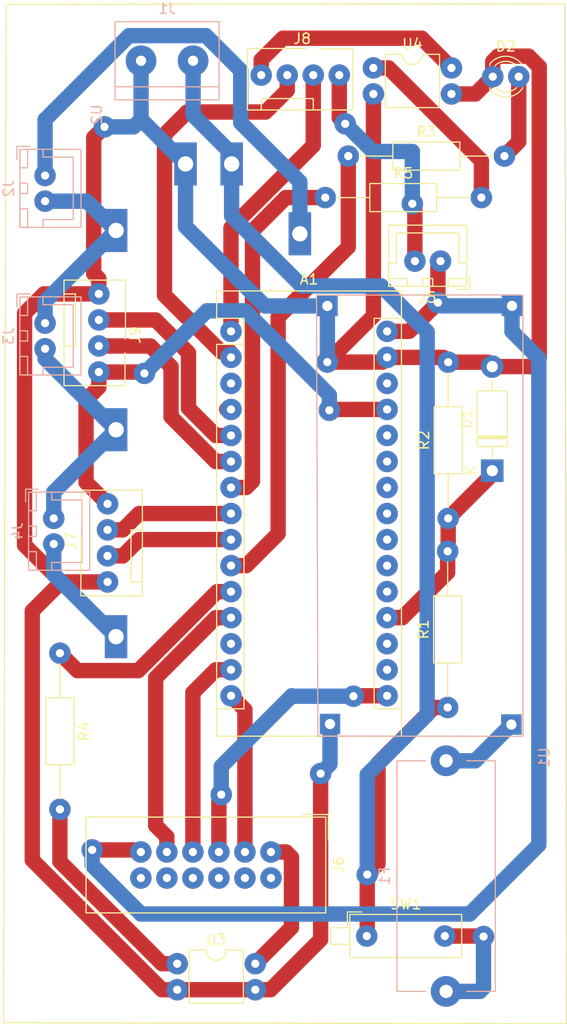
<source format=kicad_pcb>
(kicad_pcb (version 20171130) (host pcbnew "(5.1.4)-1")

  (general
    (thickness 1.6)
    (drawings 6)
    (tracks 237)
    (zones 0)
    (modules 23)
    (nets 49)
  )

  (page A4)
  (layers
    (0 F.Cu signal)
    (31 B.Cu signal)
    (32 B.Adhes user)
    (33 F.Adhes user)
    (34 B.Paste user)
    (35 F.Paste user)
    (36 B.SilkS user)
    (37 F.SilkS user)
    (38 B.Mask user)
    (39 F.Mask user)
    (40 Dwgs.User user)
    (41 Cmts.User user)
    (42 Eco1.User user)
    (43 Eco2.User user)
    (44 Edge.Cuts user)
    (45 Margin user)
    (46 B.CrtYd user)
    (47 F.CrtYd user)
    (48 B.Fab user)
    (49 F.Fab user)
  )

  (setup
    (last_trace_width 0.25)
    (user_trace_width 1.5)
    (trace_clearance 0.2)
    (zone_clearance 0.508)
    (zone_45_only no)
    (trace_min 0.2)
    (via_size 0.8)
    (via_drill 0.4)
    (via_min_size 0.4)
    (via_min_drill 0.3)
    (uvia_size 0.3)
    (uvia_drill 0.1)
    (uvias_allowed no)
    (uvia_min_size 0.2)
    (uvia_min_drill 0.1)
    (edge_width 0.05)
    (segment_width 0.2)
    (pcb_text_width 0.3)
    (pcb_text_size 1.5 1.5)
    (mod_edge_width 0.12)
    (mod_text_size 1 1)
    (mod_text_width 0.15)
    (pad_size 2.1 2.1)
    (pad_drill 0.8)
    (pad_to_mask_clearance 0.051)
    (solder_mask_min_width 0.25)
    (aux_axis_origin 0 0)
    (visible_elements 7FFFFFFF)
    (pcbplotparams
      (layerselection 0x01000_7ffffffe)
      (usegerberextensions false)
      (usegerberattributes false)
      (usegerberadvancedattributes false)
      (creategerberjobfile false)
      (excludeedgelayer true)
      (linewidth 0.100000)
      (plotframeref false)
      (viasonmask false)
      (mode 1)
      (useauxorigin false)
      (hpglpennumber 1)
      (hpglpenspeed 20)
      (hpglpendiameter 15.000000)
      (psnegative false)
      (psa4output false)
      (plotreference true)
      (plotvalue true)
      (plotinvisibletext false)
      (padsonsilk false)
      (subtractmaskfromsilk false)
      (outputformat 1)
      (mirror false)
      (drillshape 0)
      (scaleselection 1)
      (outputdirectory "GERBER/"))
  )

  (net 0 "")
  (net 1 /RX)
  (net 2 "Net-(A1-Pad17)")
  (net 3 /TX)
  (net 4 "Net-(A1-Pad18)")
  (net 5 "Net-(A1-Pad3)")
  (net 6 /A0)
  (net 7 0)
  (net 8 "Net-(A1-Pad20)")
  (net 9 /DT)
  (net 10 "Net-(A1-Pad21)")
  (net 11 /SCKC)
  (net 12 "Net-(A1-Pad22)")
  (net 13 /D4)
  (net 14 "Net-(A1-Pad23)")
  (net 15 /D5)
  (net 16 "Net-(A1-Pad24)")
  (net 17 /D6)
  (net 18 "Net-(A1-Pad25)")
  (net 19 "Net-(A1-Pad10)")
  (net 20 "Net-(A1-Pad26)")
  (net 21 /D8)
  (net 22 /5VA)
  (net 23 /CS)
  (net 24 "Net-(A1-Pad28)")
  (net 25 "Net-(A1-Pad13)")
  (net 26 /MOSI)
  (net 27 /5V)
  (net 28 /MISO)
  (net 29 /SCK)
  (net 30 "Net-(D2-Pad2)")
  (net 31 "Net-(F1-Pad1)")
  (net 32 "Net-(F1-Pad2)")
  (net 33 "Net-(J1-Pad1)")
  (net 34 "Net-(J2-Pad2)")
  (net 35 "Net-(J2-Pad1)")
  (net 36 "Net-(J3-Pad2)")
  (net 37 "Net-(J4-Pad2)")
  (net 38 "Net-(J5-Pad2)")
  (net 39 "Net-(J6-Pad1)")
  (net 40 "Net-(J6-Pad2)")
  (net 41 "Net-(J6-Pad4)")
  (net 42 "Net-(J6-Pad6)")
  (net 43 "Net-(J6-Pad8)")
  (net 44 "Net-(J6-Pad10)")
  (net 45 "Net-(J6-Pad12)")
  (net 46 "Net-(J8-Pad1)")
  (net 47 "Net-(R4-Pad2)")
  (net 48 "Net-(R5-Pad2)")

  (net_class Default "This is the default net class."
    (clearance 0.2)
    (trace_width 0.25)
    (via_dia 0.8)
    (via_drill 0.4)
    (uvia_dia 0.3)
    (uvia_drill 0.1)
    (add_net /5V)
    (add_net /5VA)
    (add_net /A0)
    (add_net /CS)
    (add_net /D4)
    (add_net /D5)
    (add_net /D6)
    (add_net /D8)
    (add_net /DT)
    (add_net /MISO)
    (add_net /MOSI)
    (add_net /RX)
    (add_net /SCK)
    (add_net /SCKC)
    (add_net /TX)
    (add_net 0)
    (add_net "Net-(A1-Pad10)")
    (add_net "Net-(A1-Pad13)")
    (add_net "Net-(A1-Pad17)")
    (add_net "Net-(A1-Pad18)")
    (add_net "Net-(A1-Pad20)")
    (add_net "Net-(A1-Pad21)")
    (add_net "Net-(A1-Pad22)")
    (add_net "Net-(A1-Pad23)")
    (add_net "Net-(A1-Pad24)")
    (add_net "Net-(A1-Pad25)")
    (add_net "Net-(A1-Pad26)")
    (add_net "Net-(A1-Pad28)")
    (add_net "Net-(A1-Pad3)")
    (add_net "Net-(D2-Pad2)")
    (add_net "Net-(F1-Pad1)")
    (add_net "Net-(F1-Pad2)")
    (add_net "Net-(J1-Pad1)")
    (add_net "Net-(J2-Pad1)")
    (add_net "Net-(J2-Pad2)")
    (add_net "Net-(J3-Pad2)")
    (add_net "Net-(J4-Pad2)")
    (add_net "Net-(J5-Pad2)")
    (add_net "Net-(J6-Pad1)")
    (add_net "Net-(J6-Pad10)")
    (add_net "Net-(J6-Pad12)")
    (add_net "Net-(J6-Pad2)")
    (add_net "Net-(J6-Pad4)")
    (add_net "Net-(J6-Pad6)")
    (add_net "Net-(J6-Pad8)")
    (add_net "Net-(J8-Pad1)")
    (add_net "Net-(R4-Pad2)")
    (add_net "Net-(R5-Pad2)")
  )

  (net_class UNO ""
    (clearance 0.3)
    (trace_width 1.5)
    (via_dia 0.8)
    (via_drill 0.4)
    (uvia_dia 0.3)
    (uvia_drill 0.1)
  )

  (module Connector:FanPinHeader_1x04_P2.54mm_Vertical (layer F.Cu) (tedit 6038034B) (tstamp 6038239C)
    (at 25.2 -92.4)
    (descr "4-pin CPU fan Through hole pin header, e.g. for Wieson part number 2366C888-007 Molex 47053-1000, Foxconn HF27040-M1, Tyco 1470947-1 or equivalent, see http://www.formfactors.org/developer%5Cspecs%5Crev1_2_public.pdf")
    (tags "pin header 4-pin CPU fan")
    (path /60383D4C)
    (fp_text reference J8 (at 4 -3.55) (layer F.SilkS)
      (effects (font (size 1 1) (thickness 0.15)))
    )
    (fp_text value Conn_01x04_PANTALLA (at 4.05 4.35) (layer F.Fab)
      (effects (font (size 1 1) (thickness 0.15)))
    )
    (fp_text user %R (at 1.85 -1.75) (layer F.Fab)
      (effects (font (size 1 1) (thickness 0.15)))
    )
    (fp_line (start -1.35 -2.6) (end 4.4 -2.6) (layer F.SilkS) (width 0.12))
    (fp_line (start 5.75 -2.55) (end 8.95 -2.55) (layer F.SilkS) (width 0.12))
    (fp_line (start 8.95 -2.55) (end 8.95 3.4) (layer F.SilkS) (width 0.12))
    (fp_line (start 8.95 3.4) (end -1.35 3.4) (layer F.SilkS) (width 0.12))
    (fp_line (start -1.35 3.4) (end -1.35 -2.6) (layer F.SilkS) (width 0.12))
    (fp_line (start 5.1 3.3) (end 5.1 2.3) (layer F.Fab) (width 0.1))
    (fp_line (start 5.1 2.3) (end 0 2.3) (layer F.Fab) (width 0.1))
    (fp_line (start 0 2.3) (end 0 3.3) (layer F.Fab) (width 0.1))
    (fp_line (start 5.75 -2.5) (end 8.85 -2.5) (layer F.Fab) (width 0.1))
    (fp_line (start 8.85 -2.5) (end 8.85 3.3) (layer F.Fab) (width 0.1))
    (fp_line (start 8.85 3.3) (end -1.2 3.3) (layer F.Fab) (width 0.1))
    (fp_line (start -1.2 3.3) (end -1.25 3.3) (layer F.Fab) (width 0.1))
    (fp_line (start -1.25 3.3) (end -1.25 -2.5) (layer F.Fab) (width 0.1))
    (fp_line (start -1.25 -2.5) (end 4.4 -2.5) (layer F.Fab) (width 0.1))
    (fp_line (start 0 3.3) (end 0 2.29) (layer F.SilkS) (width 0.12))
    (fp_line (start 0 2.29) (end 5.08 2.29) (layer F.SilkS) (width 0.12))
    (fp_line (start 5.08 2.29) (end 5.08 3.3) (layer F.SilkS) (width 0.12))
    (fp_line (start -1.75 3.8) (end -1.75 -3.2) (layer F.CrtYd) (width 0.05))
    (fp_line (start -1.75 3.8) (end 9.35 3.8) (layer F.CrtYd) (width 0.05))
    (fp_line (start 9.35 -3.2) (end -1.75 -3.2) (layer F.CrtYd) (width 0.05))
    (fp_line (start 9.35 -3.2) (end 9.35 3.8) (layer F.CrtYd) (width 0.05))
    (pad 1 thru_hole circle (at 0 0 90) (size 2.1 2.1) (drill 0.8) (layers *.Cu *.Mask)
      (net 46 "Net-(J8-Pad1)"))
    (pad 2 thru_hole circle (at 2.54 0 90) (size 2.1 2.1) (drill 0.8) (layers *.Cu *.Mask)
      (net 3 /TX))
    (pad 3 thru_hole circle (at 5.08 0 90) (size 2.1 2.1) (drill 0.8) (layers *.Cu *.Mask)
      (net 1 /RX))
    (pad 4 thru_hole circle (at 7.62 0 90) (size 2.1 2.1) (drill 0.8) (layers *.Cu *.Mask)
      (net 38 "Net-(J5-Pad2)"))
    (model ${KISYS3DMOD}/Connector.3dshapes/FanPinHeader_1x04_P2.54mm_Vertical.wrl
      (at (xyz 0 0 0))
      (scale (xyz 1 1 1))
      (rotate (xyz 0 0 0))
    )
  )

  (module Package_DIP:DIP-4_W7.62mm (layer F.Cu) (tedit 5A02E8C5) (tstamp 60382483)
    (at 17 -5.7)
    (descr "4-lead though-hole mounted DIP package, row spacing 7.62 mm (300 mils)")
    (tags "THT DIP DIL PDIP 2.54mm 7.62mm 300mil")
    (path /60386CE4)
    (fp_text reference U3 (at 3.81 -2.33) (layer F.SilkS)
      (effects (font (size 1 1) (thickness 0.15)))
    )
    (fp_text value PC817 (at 3.81 4.87) (layer F.Fab)
      (effects (font (size 1 1) (thickness 0.15)))
    )
    (fp_arc (start 3.81 -1.33) (end 2.81 -1.33) (angle -180) (layer F.SilkS) (width 0.12))
    (fp_line (start 1.635 -1.27) (end 6.985 -1.27) (layer F.Fab) (width 0.1))
    (fp_line (start 6.985 -1.27) (end 6.985 3.81) (layer F.Fab) (width 0.1))
    (fp_line (start 6.985 3.81) (end 0.635 3.81) (layer F.Fab) (width 0.1))
    (fp_line (start 0.635 3.81) (end 0.635 -0.27) (layer F.Fab) (width 0.1))
    (fp_line (start 0.635 -0.27) (end 1.635 -1.27) (layer F.Fab) (width 0.1))
    (fp_line (start 2.81 -1.33) (end 1.16 -1.33) (layer F.SilkS) (width 0.12))
    (fp_line (start 1.16 -1.33) (end 1.16 3.87) (layer F.SilkS) (width 0.12))
    (fp_line (start 1.16 3.87) (end 6.46 3.87) (layer F.SilkS) (width 0.12))
    (fp_line (start 6.46 3.87) (end 6.46 -1.33) (layer F.SilkS) (width 0.12))
    (fp_line (start 6.46 -1.33) (end 4.81 -1.33) (layer F.SilkS) (width 0.12))
    (fp_line (start -1.1 -1.55) (end -1.1 4.1) (layer F.CrtYd) (width 0.05))
    (fp_line (start -1.1 4.1) (end 8.7 4.1) (layer F.CrtYd) (width 0.05))
    (fp_line (start 8.7 4.1) (end 8.7 -1.55) (layer F.CrtYd) (width 0.05))
    (fp_line (start 8.7 -1.55) (end -1.1 -1.55) (layer F.CrtYd) (width 0.05))
    (fp_text user %R (at 4.2 0.25) (layer F.Fab)
      (effects (font (size 1 1) (thickness 0.15)))
    )
    (pad 1 thru_hole circle (at 0 0 90) (size 2.1 2.1) (drill 0.8) (layers *.Cu *.Mask)
      (net 47 "Net-(R4-Pad2)"))
    (pad 3 thru_hole circle (at 7.62 2.54 90) (size 2.1 2.1) (drill 0.8) (layers *.Cu *.Mask)
      (net 7 0))
    (pad 2 thru_hole circle (at 0 2.54 90) (size 2.1 2.1) (drill 0.8) (layers *.Cu *.Mask)
      (net 7 0))
    (pad 4 thru_hole circle (at 7.62 0 90) (size 2.1 2.1) (drill 0.8) (layers *.Cu *.Mask)
      (net 39 "Net-(J6-Pad1)"))
    (model ${KISYS3DMOD}/Package_DIP.3dshapes/DIP-4_W7.62mm.wrl
      (at (xyz 0 0 0))
      (scale (xyz 1 1 1))
      (rotate (xyz 0 0 0))
    )
  )

  (module Connector:FanPinHeader_1x04_P2.54mm_Vertical (layer F.Cu) (tedit 6037FE4F) (tstamp 6038237D)
    (at 10.2 -42.95 90)
    (descr "4-pin CPU fan Through hole pin header, e.g. for Wieson part number 2366C888-007 Molex 47053-1000, Foxconn HF27040-M1, Tyco 1470947-1 or equivalent, see http://www.formfactors.org/developer%5Cspecs%5Crev1_2_public.pdf")
    (tags "pin header 4-pin CPU fan")
    (path /60383442)
    (fp_text reference J7 (at 4 -3.55 270) (layer F.SilkS)
      (effects (font (size 1 1) (thickness 0.15)))
    )
    (fp_text value Conn_01x04_DISTAN (at 4.05 4.35 270) (layer F.Fab)
      (effects (font (size 1 1) (thickness 0.15)))
    )
    (fp_line (start 9.35 -3.2) (end 9.35 3.8) (layer F.CrtYd) (width 0.05))
    (fp_line (start 9.35 -3.2) (end -1.75 -3.2) (layer F.CrtYd) (width 0.05))
    (fp_line (start -1.75 3.8) (end 9.35 3.8) (layer F.CrtYd) (width 0.05))
    (fp_line (start -1.75 3.8) (end -1.75 -3.2) (layer F.CrtYd) (width 0.05))
    (fp_line (start 5.08 2.29) (end 5.08 3.3) (layer F.SilkS) (width 0.12))
    (fp_line (start 0 2.29) (end 5.08 2.29) (layer F.SilkS) (width 0.12))
    (fp_line (start 0 3.3) (end 0 2.29) (layer F.SilkS) (width 0.12))
    (fp_line (start -1.25 -2.5) (end 4.4 -2.5) (layer F.Fab) (width 0.1))
    (fp_line (start -1.25 3.3) (end -1.25 -2.5) (layer F.Fab) (width 0.1))
    (fp_line (start -1.2 3.3) (end -1.25 3.3) (layer F.Fab) (width 0.1))
    (fp_line (start 8.85 3.3) (end -1.2 3.3) (layer F.Fab) (width 0.1))
    (fp_line (start 8.85 -2.5) (end 8.85 3.3) (layer F.Fab) (width 0.1))
    (fp_line (start 5.75 -2.5) (end 8.85 -2.5) (layer F.Fab) (width 0.1))
    (fp_line (start 0 2.3) (end 0 3.3) (layer F.Fab) (width 0.1))
    (fp_line (start 5.1 2.3) (end 0 2.3) (layer F.Fab) (width 0.1))
    (fp_line (start 5.1 3.3) (end 5.1 2.3) (layer F.Fab) (width 0.1))
    (fp_line (start -1.35 3.4) (end -1.35 -2.6) (layer F.SilkS) (width 0.12))
    (fp_line (start 8.95 3.4) (end -1.35 3.4) (layer F.SilkS) (width 0.12))
    (fp_line (start 8.95 -2.55) (end 8.95 3.4) (layer F.SilkS) (width 0.12))
    (fp_line (start 5.75 -2.55) (end 8.95 -2.55) (layer F.SilkS) (width 0.12))
    (fp_line (start -1.35 -2.6) (end 4.4 -2.6) (layer F.SilkS) (width 0.12))
    (fp_text user %R (at 1.85 -1.75 270) (layer F.Fab)
      (effects (font (size 1 1) (thickness 0.15)))
    )
    (pad 4 thru_hole circle (at 7.62 0) (size 2.1 2.1) (drill 0.8) (layers *.Cu *.Mask)
      (net 22 /5VA))
    (pad 3 thru_hole circle (at 5.08 0) (size 2.1 2.1) (drill 0.8) (layers *.Cu *.Mask)
      (net 15 /D5))
    (pad 2 thru_hole circle (at 2.54 0) (size 2.1 2.1) (drill 0.8) (layers *.Cu *.Mask)
      (net 17 /D6))
    (pad 1 thru_hole circle (at 0 0) (size 2.1 2.1) (drill 0.8) (layers *.Cu *.Mask)
      (net 7 0))
    (model ${KISYS3DMOD}/Connector.3dshapes/FanPinHeader_1x04_P2.54mm_Vertical.wrl
      (at (xyz 0 0 0))
      (scale (xyz 1 1 1))
      (rotate (xyz 0 0 0))
    )
  )

  (module Connector:FanPinHeader_1x04_P2.54mm_Vertical (layer F.Cu) (tedit 6037FF94) (tstamp 603823BB)
    (at 9.35 -71.05 270)
    (descr "4-pin CPU fan Through hole pin header, e.g. for Wieson part number 2366C888-007 Molex 47053-1000, Foxconn HF27040-M1, Tyco 1470947-1 or equivalent, see http://www.formfactors.org/developer%5Cspecs%5Crev1_2_public.pdf")
    (tags "pin header 4-pin CPU fan")
    (path /60382338)
    (fp_text reference J9 (at 4 -3.55 90) (layer F.SilkS)
      (effects (font (size 1 1) (thickness 0.15)))
    )
    (fp_text value Conn_01x04_CARGA (at 4.05 4.35 90) (layer F.Fab)
      (effects (font (size 1 1) (thickness 0.15)))
    )
    (fp_text user %R (at 1.85 -1.75 90) (layer F.Fab)
      (effects (font (size 1 1) (thickness 0.15)))
    )
    (fp_line (start -1.35 -2.6) (end 4.4 -2.6) (layer F.SilkS) (width 0.12))
    (fp_line (start 5.75 -2.55) (end 8.95 -2.55) (layer F.SilkS) (width 0.12))
    (fp_line (start 8.95 -2.55) (end 8.95 3.4) (layer F.SilkS) (width 0.12))
    (fp_line (start 8.95 3.4) (end -1.35 3.4) (layer F.SilkS) (width 0.12))
    (fp_line (start -1.35 3.4) (end -1.35 -2.6) (layer F.SilkS) (width 0.12))
    (fp_line (start 5.1 3.3) (end 5.1 2.3) (layer F.Fab) (width 0.1))
    (fp_line (start 5.1 2.3) (end 0 2.3) (layer F.Fab) (width 0.1))
    (fp_line (start 0 2.3) (end 0 3.3) (layer F.Fab) (width 0.1))
    (fp_line (start 5.75 -2.5) (end 8.85 -2.5) (layer F.Fab) (width 0.1))
    (fp_line (start 8.85 -2.5) (end 8.85 3.3) (layer F.Fab) (width 0.1))
    (fp_line (start 8.85 3.3) (end -1.2 3.3) (layer F.Fab) (width 0.1))
    (fp_line (start -1.2 3.3) (end -1.25 3.3) (layer F.Fab) (width 0.1))
    (fp_line (start -1.25 3.3) (end -1.25 -2.5) (layer F.Fab) (width 0.1))
    (fp_line (start -1.25 -2.5) (end 4.4 -2.5) (layer F.Fab) (width 0.1))
    (fp_line (start 0 3.3) (end 0 2.29) (layer F.SilkS) (width 0.12))
    (fp_line (start 0 2.29) (end 5.08 2.29) (layer F.SilkS) (width 0.12))
    (fp_line (start 5.08 2.29) (end 5.08 3.3) (layer F.SilkS) (width 0.12))
    (fp_line (start -1.75 3.8) (end -1.75 -3.2) (layer F.CrtYd) (width 0.05))
    (fp_line (start -1.75 3.8) (end 9.35 3.8) (layer F.CrtYd) (width 0.05))
    (fp_line (start 9.35 -3.2) (end -1.75 -3.2) (layer F.CrtYd) (width 0.05))
    (fp_line (start 9.35 -3.2) (end 9.35 3.8) (layer F.CrtYd) (width 0.05))
    (pad 1 thru_hole circle (at 0 0 180) (size 2.1 2.1) (drill 0.8) (layers *.Cu *.Mask)
      (net 7 0))
    (pad 2 thru_hole circle (at 2.54 0 180) (size 2.1 2.1) (drill 0.8) (layers *.Cu *.Mask)
      (net 9 /DT))
    (pad 3 thru_hole circle (at 5.08 0 180) (size 2.1 2.1) (drill 0.8) (layers *.Cu *.Mask)
      (net 11 /SCKC))
    (pad 4 thru_hole circle (at 7.62 0 180) (size 2.1 2.1) (drill 0.8) (layers *.Cu *.Mask)
      (net 22 /5VA))
    (model ${KISYS3DMOD}/Connector.3dshapes/FanPinHeader_1x04_P2.54mm_Vertical.wrl
      (at (xyz 0 0 0))
      (scale (xyz 1 1 1))
      (rotate (xyz 0 0 0))
    )
  )

  (module Module:Arduino_Nano (layer F.Cu) (tedit 58ACAF70) (tstamp 6038222F)
    (at 22.25 -67.4)
    (descr "Arduino Nano, http://www.mouser.com/pdfdocs/Gravitech_Arduino_Nano3_0.pdf")
    (tags "Arduino Nano")
    (path /60370511)
    (fp_text reference A1 (at 7.62 -5.08) (layer F.SilkS)
      (effects (font (size 1 1) (thickness 0.15)))
    )
    (fp_text value Arduino_Nano_v3.x (at 9 18.15 90) (layer F.Fab)
      (effects (font (size 1 1) (thickness 0.15)))
    )
    (fp_text user %R (at 6.35 19.05 90) (layer F.Fab)
      (effects (font (size 1 1) (thickness 0.15)))
    )
    (fp_line (start 1.27 1.27) (end 1.27 -1.27) (layer F.SilkS) (width 0.12))
    (fp_line (start 1.27 -1.27) (end -1.4 -1.27) (layer F.SilkS) (width 0.12))
    (fp_line (start -1.4 1.27) (end -1.4 39.5) (layer F.SilkS) (width 0.12))
    (fp_line (start -1.4 -3.94) (end -1.4 -1.27) (layer F.SilkS) (width 0.12))
    (fp_line (start 13.97 -1.27) (end 16.64 -1.27) (layer F.SilkS) (width 0.12))
    (fp_line (start 13.97 -1.27) (end 13.97 36.83) (layer F.SilkS) (width 0.12))
    (fp_line (start 13.97 36.83) (end 16.64 36.83) (layer F.SilkS) (width 0.12))
    (fp_line (start 1.27 1.27) (end -1.4 1.27) (layer F.SilkS) (width 0.12))
    (fp_line (start 1.27 1.27) (end 1.27 36.83) (layer F.SilkS) (width 0.12))
    (fp_line (start 1.27 36.83) (end -1.4 36.83) (layer F.SilkS) (width 0.12))
    (fp_line (start 3.81 31.75) (end 11.43 31.75) (layer F.Fab) (width 0.1))
    (fp_line (start 11.43 31.75) (end 11.43 41.91) (layer F.Fab) (width 0.1))
    (fp_line (start 11.43 41.91) (end 3.81 41.91) (layer F.Fab) (width 0.1))
    (fp_line (start 3.81 41.91) (end 3.81 31.75) (layer F.Fab) (width 0.1))
    (fp_line (start -1.4 39.5) (end 16.64 39.5) (layer F.SilkS) (width 0.12))
    (fp_line (start 16.64 39.5) (end 16.64 -3.94) (layer F.SilkS) (width 0.12))
    (fp_line (start 16.64 -3.94) (end -1.4 -3.94) (layer F.SilkS) (width 0.12))
    (fp_line (start 16.51 39.37) (end -1.27 39.37) (layer F.Fab) (width 0.1))
    (fp_line (start -1.27 39.37) (end -1.27 -2.54) (layer F.Fab) (width 0.1))
    (fp_line (start -1.27 -2.54) (end 0 -3.81) (layer F.Fab) (width 0.1))
    (fp_line (start 0 -3.81) (end 16.51 -3.81) (layer F.Fab) (width 0.1))
    (fp_line (start 16.51 -3.81) (end 16.51 39.37) (layer F.Fab) (width 0.1))
    (fp_line (start -1.53 -4.06) (end 16.75 -4.06) (layer F.CrtYd) (width 0.05))
    (fp_line (start -1.53 -4.06) (end -1.53 42.16) (layer F.CrtYd) (width 0.05))
    (fp_line (start 16.75 42.16) (end 16.75 -4.06) (layer F.CrtYd) (width 0.05))
    (fp_line (start 16.75 42.16) (end -1.53 42.16) (layer F.CrtYd) (width 0.05))
    (pad 1 thru_hole circle (at 0 0 90) (size 2.1 2.1) (drill 0.8) (layers *.Cu *.Mask)
      (net 1 /RX))
    (pad 17 thru_hole circle (at 15.24 33.02 90) (size 2.1 2.1) (drill 0.8) (layers *.Cu *.Mask)
      (net 2 "Net-(A1-Pad17)"))
    (pad 2 thru_hole circle (at 0 2.54 90) (size 2.1 2.1) (drill 0.8) (layers *.Cu *.Mask)
      (net 3 /TX))
    (pad 18 thru_hole circle (at 15.24 30.48 90) (size 2.1 2.1) (drill 0.8) (layers *.Cu *.Mask)
      (net 4 "Net-(A1-Pad18)"))
    (pad 3 thru_hole circle (at 0 5.08 90) (size 2.1 2.1) (drill 0.8) (layers *.Cu *.Mask)
      (net 5 "Net-(A1-Pad3)"))
    (pad 19 thru_hole circle (at 15.24 27.94 90) (size 2.1 2.1) (drill 0.8) (layers *.Cu *.Mask)
      (net 6 /A0))
    (pad 4 thru_hole circle (at 0 7.62 90) (size 2.1 2.1) (drill 0.8) (layers *.Cu *.Mask)
      (net 7 0))
    (pad 20 thru_hole circle (at 15.24 25.4 90) (size 2.1 2.1) (drill 0.8) (layers *.Cu *.Mask)
      (net 8 "Net-(A1-Pad20)"))
    (pad 5 thru_hole circle (at 0 10.16 90) (size 2.1 2.1) (drill 0.8) (layers *.Cu *.Mask)
      (net 9 /DT))
    (pad 21 thru_hole circle (at 15.24 22.86 90) (size 2.1 2.1) (drill 0.8) (layers *.Cu *.Mask)
      (net 10 "Net-(A1-Pad21)"))
    (pad 6 thru_hole circle (at 0 12.7 90) (size 2.1 2.1) (drill 0.8) (layers *.Cu *.Mask)
      (net 11 /SCKC))
    (pad 22 thru_hole circle (at 15.24 20.32 90) (size 2.1 2.1) (drill 0.8) (layers *.Cu *.Mask)
      (net 12 "Net-(A1-Pad22)"))
    (pad 7 thru_hole circle (at 0 15.24 90) (size 2.1 2.1) (drill 0.8) (layers *.Cu *.Mask)
      (net 13 /D4))
    (pad 23 thru_hole circle (at 15.24 17.78 90) (size 2.1 2.1) (drill 0.8) (layers *.Cu *.Mask)
      (net 14 "Net-(A1-Pad23)"))
    (pad 8 thru_hole circle (at 0 17.78 90) (size 2.1 2.1) (drill 0.8) (layers *.Cu *.Mask)
      (net 15 /D5))
    (pad 24 thru_hole circle (at 15.24 15.24 90) (size 2.1 2.1) (drill 0.8) (layers *.Cu *.Mask)
      (net 16 "Net-(A1-Pad24)"))
    (pad 9 thru_hole circle (at 0 20.32 90) (size 2.1 2.1) (drill 0.8) (layers *.Cu *.Mask)
      (net 17 /D6))
    (pad 25 thru_hole circle (at 15.24 12.7 90) (size 2.1 2.1) (drill 0.8) (layers *.Cu *.Mask)
      (net 18 "Net-(A1-Pad25)"))
    (pad 10 thru_hole circle (at 0 22.86 90) (size 2.1 2.1) (drill 0.8) (layers *.Cu *.Mask)
      (net 19 "Net-(A1-Pad10)"))
    (pad 26 thru_hole circle (at 15.24 10.16 90) (size 2.1 2.1) (drill 0.8) (layers *.Cu *.Mask)
      (net 20 "Net-(A1-Pad26)"))
    (pad 11 thru_hole circle (at 0 25.4 90) (size 2.1 2.1) (drill 0.8) (layers *.Cu *.Mask)
      (net 21 /D8))
    (pad 27 thru_hole circle (at 15.24 7.62 90) (size 2.1 2.1) (drill 0.8) (layers *.Cu *.Mask)
      (net 22 /5VA))
    (pad 12 thru_hole circle (at 0 27.94 90) (size 2.1 2.1) (drill 0.8) (layers *.Cu *.Mask)
      (net 23 /CS))
    (pad 28 thru_hole circle (at 15.24 5.08 90) (size 2.1 2.1) (drill 0.8) (layers *.Cu *.Mask)
      (net 24 "Net-(A1-Pad28)"))
    (pad 13 thru_hole circle (at 0 30.48 90) (size 2.1 2.1) (drill 0.8) (layers *.Cu *.Mask)
      (net 25 "Net-(A1-Pad13)"))
    (pad 29 thru_hole circle (at 15.24 2.54 90) (size 2.1 2.1) (drill 0.8) (layers *.Cu *.Mask)
      (net 7 0))
    (pad 14 thru_hole circle (at 0 33.02 90) (size 2.1 2.1) (drill 0.8) (layers *.Cu *.Mask)
      (net 26 /MOSI))
    (pad 30 thru_hole circle (at 15.24 0 90) (size 2.1 2.1) (drill 0.8) (layers *.Cu *.Mask)
      (net 27 /5V))
    (pad 15 thru_hole circle (at 0 35.56 90) (size 2.1 2.1) (drill 0.8) (layers *.Cu *.Mask)
      (net 28 /MISO))
    (pad 16 thru_hole circle (at 15.24 35.56 90) (size 2.1 2.1) (drill 0.8) (layers *.Cu *.Mask)
      (net 29 /SCK))
    (model ${KISYS3DMOD}/Module.3dshapes/Arduino_Nano_WithMountingHoles.wrl
      (at (xyz 0 0 0))
      (scale (xyz 1 1 1))
      (rotate (xyz 0 0 0))
    )
  )

  (module Diode_THT:D_DO-41_SOD81_P10.16mm_Horizontal (layer F.Cu) (tedit 5AE50CD5) (tstamp 6038224E)
    (at 47.75 -53.8 90)
    (descr "Diode, DO-41_SOD81 series, Axial, Horizontal, pin pitch=10.16mm, , length*diameter=5.2*2.7mm^2, , http://www.diodes.com/_files/packages/DO-41%20(Plastic).pdf")
    (tags "Diode DO-41_SOD81 series Axial Horizontal pin pitch 10.16mm  length 5.2mm diameter 2.7mm")
    (path /603BF31E)
    (fp_text reference D1 (at 5.08 -2.47 90) (layer F.SilkS)
      (effects (font (size 1 1) (thickness 0.15)))
    )
    (fp_text value 1N47xxA (at 5.08 2.47 90) (layer F.Fab)
      (effects (font (size 1 1) (thickness 0.15)))
    )
    (fp_line (start 2.48 -1.35) (end 2.48 1.35) (layer F.Fab) (width 0.1))
    (fp_line (start 2.48 1.35) (end 7.68 1.35) (layer F.Fab) (width 0.1))
    (fp_line (start 7.68 1.35) (end 7.68 -1.35) (layer F.Fab) (width 0.1))
    (fp_line (start 7.68 -1.35) (end 2.48 -1.35) (layer F.Fab) (width 0.1))
    (fp_line (start 0 0) (end 2.48 0) (layer F.Fab) (width 0.1))
    (fp_line (start 10.16 0) (end 7.68 0) (layer F.Fab) (width 0.1))
    (fp_line (start 3.26 -1.35) (end 3.26 1.35) (layer F.Fab) (width 0.1))
    (fp_line (start 3.36 -1.35) (end 3.36 1.35) (layer F.Fab) (width 0.1))
    (fp_line (start 3.16 -1.35) (end 3.16 1.35) (layer F.Fab) (width 0.1))
    (fp_line (start 2.36 -1.47) (end 2.36 1.47) (layer F.SilkS) (width 0.12))
    (fp_line (start 2.36 1.47) (end 7.8 1.47) (layer F.SilkS) (width 0.12))
    (fp_line (start 7.8 1.47) (end 7.8 -1.47) (layer F.SilkS) (width 0.12))
    (fp_line (start 7.8 -1.47) (end 2.36 -1.47) (layer F.SilkS) (width 0.12))
    (fp_line (start 1.34 0) (end 2.36 0) (layer F.SilkS) (width 0.12))
    (fp_line (start 8.82 0) (end 7.8 0) (layer F.SilkS) (width 0.12))
    (fp_line (start 3.26 -1.47) (end 3.26 1.47) (layer F.SilkS) (width 0.12))
    (fp_line (start 3.38 -1.47) (end 3.38 1.47) (layer F.SilkS) (width 0.12))
    (fp_line (start 3.14 -1.47) (end 3.14 1.47) (layer F.SilkS) (width 0.12))
    (fp_line (start -1.35 -1.6) (end -1.35 1.6) (layer F.CrtYd) (width 0.05))
    (fp_line (start -1.35 1.6) (end 11.51 1.6) (layer F.CrtYd) (width 0.05))
    (fp_line (start 11.51 1.6) (end 11.51 -1.6) (layer F.CrtYd) (width 0.05))
    (fp_line (start 11.51 -1.6) (end -1.35 -1.6) (layer F.CrtYd) (width 0.05))
    (fp_text user %R (at 5 -0.9 90) (layer F.Fab)
      (effects (font (size 1 1) (thickness 0.15)))
    )
    (fp_text user K (at 0 -2.1 90) (layer F.Fab)
      (effects (font (size 1 1) (thickness 0.15)))
    )
    (fp_text user K (at 0 -2.1 90) (layer F.SilkS)
      (effects (font (size 1 1) (thickness 0.15)))
    )
    (pad 1 thru_hole rect (at 0 0 90) (size 2.2 2.2) (drill 1.1) (layers *.Cu *.Mask)
      (net 6 /A0))
    (pad 2 thru_hole oval (at 10.16 0 90) (size 2.2 2.2) (drill 1.1) (layers *.Cu *.Mask)
      (net 7 0))
    (model ${KISYS3DMOD}/Diode_THT.3dshapes/D_DO-41_SOD81_P10.16mm_Horizontal.wrl
      (at (xyz 0 0 0))
      (scale (xyz 1 1 1))
      (rotate (xyz 0 0 0))
    )
  )

  (module LED_THT:LED_D3.0mm (layer F.Cu) (tedit 587A3A7B) (tstamp 60382261)
    (at 47.8 -92.25)
    (descr "LED, diameter 3.0mm, 2 pins")
    (tags "LED diameter 3.0mm 2 pins")
    (path /603DBD1D)
    (fp_text reference D2 (at 1.27 -2.96) (layer F.SilkS)
      (effects (font (size 1 1) (thickness 0.15)))
    )
    (fp_text value LED (at 1.27 2.96) (layer F.Fab)
      (effects (font (size 1 1) (thickness 0.15)))
    )
    (fp_arc (start 1.27 0) (end -0.23 -1.16619) (angle 284.3) (layer F.Fab) (width 0.1))
    (fp_arc (start 1.27 0) (end -0.29 -1.235516) (angle 108.8) (layer F.SilkS) (width 0.12))
    (fp_arc (start 1.27 0) (end -0.29 1.235516) (angle -108.8) (layer F.SilkS) (width 0.12))
    (fp_arc (start 1.27 0) (end 0.229039 -1.08) (angle 87.9) (layer F.SilkS) (width 0.12))
    (fp_arc (start 1.27 0) (end 0.229039 1.08) (angle -87.9) (layer F.SilkS) (width 0.12))
    (fp_circle (center 1.27 0) (end 2.77 0) (layer F.Fab) (width 0.1))
    (fp_line (start -0.23 -1.16619) (end -0.23 1.16619) (layer F.Fab) (width 0.1))
    (fp_line (start -0.29 -1.236) (end -0.29 -1.08) (layer F.SilkS) (width 0.12))
    (fp_line (start -0.29 1.08) (end -0.29 1.236) (layer F.SilkS) (width 0.12))
    (fp_line (start -1.15 -2.25) (end -1.15 2.25) (layer F.CrtYd) (width 0.05))
    (fp_line (start -1.15 2.25) (end 3.7 2.25) (layer F.CrtYd) (width 0.05))
    (fp_line (start 3.7 2.25) (end 3.7 -2.25) (layer F.CrtYd) (width 0.05))
    (fp_line (start 3.7 -2.25) (end -1.15 -2.25) (layer F.CrtYd) (width 0.05))
    (pad 1 thru_hole circle (at 0 0 90) (size 2.1 2.1) (drill 0.8) (layers *.Cu *.Mask)
      (net 7 0))
    (pad 2 thru_hole circle (at 2.54 0 90) (size 2.1 2.1) (drill 0.8) (layers *.Cu *.Mask)
      (net 30 "Net-(D2-Pad2)"))
    (model ${KISYS3DMOD}/LED_THT.3dshapes/LED_D3.0mm.wrl
      (at (xyz 0 0 0))
      (scale (xyz 1 1 1))
      (rotate (xyz 0 0 0))
    )
  )

  (module Fuse:Fuseholder_Cylinder-5x20mm_Schurter_0031_8201_Horizontal_Open (layer B.Cu) (tedit 5C39E22F) (tstamp 6038227B)
    (at 43.25 -25.5 270)
    (descr "Fuseholder horizontal open 5x20 Schurter 0031.8201, https://www.schurter.com/en/datasheet/typ_OGN.pdf")
    (tags "Fuseholder horizontal open 5x20 Schurter 0031.8201")
    (path /6037131E)
    (fp_text reference F1 (at 11.25 6 270) (layer B.SilkS)
      (effects (font (size 1 1) (thickness 0.15)) (justify mirror))
    )
    (fp_text value Fuse (at 11.25 -6 270) (layer B.Fab)
      (effects (font (size 1 1) (thickness 0.15)) (justify mirror))
    )
    (fp_text user %R (at 11.25 -4 270) (layer B.Fab)
      (effects (font (size 1 1) (thickness 0.15)) (justify mirror))
    )
    (fp_line (start 0.1 4.7) (end 0.1 -4.7) (layer B.Fab) (width 0.1))
    (fp_line (start 0.1 -4.7) (end 22.4 -4.7) (layer B.Fab) (width 0.1))
    (fp_line (start 22.4 -4.7) (end 22.4 4.7) (layer B.Fab) (width 0.1))
    (fp_line (start 22.4 4.7) (end 0.1 4.7) (layer B.Fab) (width 0.1))
    (fp_line (start -0.25 -5.05) (end -0.25 -1.95) (layer B.CrtYd) (width 0.05))
    (fp_line (start 22.5 -4.8) (end 22.5 -2) (layer B.SilkS) (width 0.12))
    (fp_line (start 22.5 2) (end 22.5 4.8) (layer B.SilkS) (width 0.12))
    (fp_line (start 0 2) (end 0 4.8) (layer B.SilkS) (width 0.12))
    (fp_line (start 0 4.8) (end 22.5 4.8) (layer B.SilkS) (width 0.12))
    (fp_line (start 22.75 -5.05) (end -0.25 -5.05) (layer B.CrtYd) (width 0.05))
    (fp_line (start -0.25 5.05) (end 22.75 5.05) (layer B.CrtYd) (width 0.05))
    (fp_line (start 0 -4.8) (end 22.5 -4.8) (layer B.SilkS) (width 0.12))
    (fp_line (start -0.25 1.95) (end -0.25 5.05) (layer B.CrtYd) (width 0.05))
    (fp_line (start 22.75 1.95) (end 22.75 5.05) (layer B.CrtYd) (width 0.05))
    (fp_line (start 22.75 -1.95) (end 22.75 -5.05) (layer B.CrtYd) (width 0.05))
    (fp_line (start 0 -4.8) (end 0 -2) (layer B.SilkS) (width 0.12))
    (fp_arc (start 22.5 0) (end 22.75 1.95) (angle -165.3) (layer B.CrtYd) (width 0.05))
    (fp_arc (start 0 0) (end -0.25 -1.95) (angle -165.3) (layer B.CrtYd) (width 0.05))
    (pad 1 thru_hole circle (at 0 0 270) (size 3 3) (drill 1.3) (layers *.Cu *.Mask)
      (net 31 "Net-(F1-Pad1)"))
    (pad 2 thru_hole circle (at 22.5 0 270) (size 3 3) (drill 1.3) (layers *.Cu *.Mask)
      (net 32 "Net-(F1-Pad2)"))
    (pad "" np_thru_hole circle (at 11.25 0 270) (size 2.7 2.7) (drill 2.7) (layers *.Cu *.Mask))
    (model ${KISYS3DMOD}/Fuse.3dshapes/Fuseholder_Cylinder-5x20mm_Schurter_0031_8201_Horizontal_Open.wrl
      (at (xyz 0 0 0))
      (scale (xyz 1 1 1))
      (rotate (xyz 0 0 0))
    )
  )

  (module TerminalBlock:TerminalBlock_bornier-2_P5.08mm (layer B.Cu) (tedit 6037DBD0) (tstamp 60382290)
    (at 18.55 -93.8 180)
    (descr "simple 2-pin terminal block, pitch 5.08mm, revamped version of bornier2")
    (tags "terminal block bornier2")
    (path /60372688)
    (fp_text reference J1 (at 2.54 5.08) (layer B.SilkS)
      (effects (font (size 1 1) (thickness 0.15)) (justify mirror))
    )
    (fp_text value Screw_Terminal_01x02 (at 2.54 -5.08) (layer B.Fab)
      (effects (font (size 1 1) (thickness 0.15)) (justify mirror))
    )
    (fp_text user %R (at 2.54 0) (layer B.Fab)
      (effects (font (size 1 1) (thickness 0.15)) (justify mirror))
    )
    (fp_line (start -2.41 -2.55) (end 7.49 -2.55) (layer B.Fab) (width 0.1))
    (fp_line (start -2.46 3.75) (end -2.46 -3.75) (layer B.Fab) (width 0.1))
    (fp_line (start -2.46 -3.75) (end 7.54 -3.75) (layer B.Fab) (width 0.1))
    (fp_line (start 7.54 -3.75) (end 7.54 3.75) (layer B.Fab) (width 0.1))
    (fp_line (start 7.54 3.75) (end -2.46 3.75) (layer B.Fab) (width 0.1))
    (fp_line (start 7.62 -2.54) (end -2.54 -2.54) (layer B.SilkS) (width 0.12))
    (fp_line (start 7.62 -3.81) (end 7.62 3.81) (layer B.SilkS) (width 0.12))
    (fp_line (start 7.62 3.81) (end -2.54 3.81) (layer B.SilkS) (width 0.12))
    (fp_line (start -2.54 3.81) (end -2.54 -3.81) (layer B.SilkS) (width 0.12))
    (fp_line (start -2.54 -3.81) (end 7.62 -3.81) (layer B.SilkS) (width 0.12))
    (fp_line (start -2.71 4) (end 7.79 4) (layer B.CrtYd) (width 0.05))
    (fp_line (start -2.71 4) (end -2.71 -4) (layer B.CrtYd) (width 0.05))
    (fp_line (start 7.79 -4) (end 7.79 4) (layer B.CrtYd) (width 0.05))
    (fp_line (start 7.79 -4) (end -2.71 -4) (layer B.CrtYd) (width 0.05))
    (pad 1 thru_hole circle (at 0 0 180) (size 3 3) (drill 1) (layers *.Cu *.Mask)
      (net 33 "Net-(J1-Pad1)"))
    (pad 2 thru_hole circle (at 5.08 0 180) (size 3 3) (drill 1) (layers *.Cu *.Mask)
      (net 7 0))
    (model ${KISYS3DMOD}/TerminalBlock.3dshapes/TerminalBlock_bornier-2_P5.08mm.wrl
      (offset (xyz 2.539999961853027 0 0))
      (scale (xyz 1 1 1))
      (rotate (xyz 0 0 0))
    )
  )

  (module Connector_JST:JST_XH_B2B-XH-A_1x02_P2.50mm_Vertical (layer B.Cu) (tedit 5C28146C) (tstamp 603822B9)
    (at 4.1 -82.6 270)
    (descr "JST XH series connector, B2B-XH-A (http://www.jst-mfg.com/product/pdf/eng/eXH.pdf), generated with kicad-footprint-generator")
    (tags "connector JST XH vertical")
    (path /60371DFB)
    (fp_text reference J2 (at 1.25 3.55 270) (layer B.SilkS)
      (effects (font (size 1 1) (thickness 0.15)) (justify mirror))
    )
    (fp_text value Conn_01x02 (at 1.25 -4.6 270) (layer B.Fab)
      (effects (font (size 1 1) (thickness 0.15)) (justify mirror))
    )
    (fp_text user %R (at 1.25 -2.7 270) (layer B.Fab)
      (effects (font (size 1 1) (thickness 0.15)) (justify mirror))
    )
    (fp_line (start -2.85 2.75) (end -2.85 1.5) (layer B.SilkS) (width 0.12))
    (fp_line (start -1.6 2.75) (end -2.85 2.75) (layer B.SilkS) (width 0.12))
    (fp_line (start 4.3 -2.75) (end 1.25 -2.75) (layer B.SilkS) (width 0.12))
    (fp_line (start 4.3 0.2) (end 4.3 -2.75) (layer B.SilkS) (width 0.12))
    (fp_line (start 5.05 0.2) (end 4.3 0.2) (layer B.SilkS) (width 0.12))
    (fp_line (start -1.8 -2.75) (end 1.25 -2.75) (layer B.SilkS) (width 0.12))
    (fp_line (start -1.8 0.2) (end -1.8 -2.75) (layer B.SilkS) (width 0.12))
    (fp_line (start -2.55 0.2) (end -1.8 0.2) (layer B.SilkS) (width 0.12))
    (fp_line (start 5.05 2.45) (end 3.25 2.45) (layer B.SilkS) (width 0.12))
    (fp_line (start 5.05 1.7) (end 5.05 2.45) (layer B.SilkS) (width 0.12))
    (fp_line (start 3.25 1.7) (end 5.05 1.7) (layer B.SilkS) (width 0.12))
    (fp_line (start 3.25 2.45) (end 3.25 1.7) (layer B.SilkS) (width 0.12))
    (fp_line (start -0.75 2.45) (end -2.55 2.45) (layer B.SilkS) (width 0.12))
    (fp_line (start -0.75 1.7) (end -0.75 2.45) (layer B.SilkS) (width 0.12))
    (fp_line (start -2.55 1.7) (end -0.75 1.7) (layer B.SilkS) (width 0.12))
    (fp_line (start -2.55 2.45) (end -2.55 1.7) (layer B.SilkS) (width 0.12))
    (fp_line (start 1.75 2.45) (end 0.75 2.45) (layer B.SilkS) (width 0.12))
    (fp_line (start 1.75 1.7) (end 1.75 2.45) (layer B.SilkS) (width 0.12))
    (fp_line (start 0.75 1.7) (end 1.75 1.7) (layer B.SilkS) (width 0.12))
    (fp_line (start 0.75 2.45) (end 0.75 1.7) (layer B.SilkS) (width 0.12))
    (fp_line (start 0 1.35) (end 0.625 2.35) (layer B.Fab) (width 0.1))
    (fp_line (start -0.625 2.35) (end 0 1.35) (layer B.Fab) (width 0.1))
    (fp_line (start 5.45 2.85) (end -2.95 2.85) (layer B.CrtYd) (width 0.05))
    (fp_line (start 5.45 -3.9) (end 5.45 2.85) (layer B.CrtYd) (width 0.05))
    (fp_line (start -2.95 -3.9) (end 5.45 -3.9) (layer B.CrtYd) (width 0.05))
    (fp_line (start -2.95 2.85) (end -2.95 -3.9) (layer B.CrtYd) (width 0.05))
    (fp_line (start 5.06 2.46) (end -2.56 2.46) (layer B.SilkS) (width 0.12))
    (fp_line (start 5.06 -3.51) (end 5.06 2.46) (layer B.SilkS) (width 0.12))
    (fp_line (start -2.56 -3.51) (end 5.06 -3.51) (layer B.SilkS) (width 0.12))
    (fp_line (start -2.56 2.46) (end -2.56 -3.51) (layer B.SilkS) (width 0.12))
    (fp_line (start 4.95 2.35) (end -2.45 2.35) (layer B.Fab) (width 0.1))
    (fp_line (start 4.95 -3.4) (end 4.95 2.35) (layer B.Fab) (width 0.1))
    (fp_line (start -2.45 -3.4) (end 4.95 -3.4) (layer B.Fab) (width 0.1))
    (fp_line (start -2.45 2.35) (end -2.45 -3.4) (layer B.Fab) (width 0.1))
    (pad 2 thru_hole circle (at 2.5 0 180) (size 2.1 2.1) (drill 0.8) (layers *.Cu *.Mask)
      (net 34 "Net-(J2-Pad2)"))
    (pad 1 thru_hole circle (at 0 0 180) (size 2.1 2.1) (drill 0.8) (layers *.Cu *.Mask)
      (net 35 "Net-(J2-Pad1)"))
    (model ${KISYS3DMOD}/Connector_JST.3dshapes/JST_XH_B2B-XH-A_1x02_P2.50mm_Vertical.wrl
      (at (xyz 0 0 0))
      (scale (xyz 1 1 1))
      (rotate (xyz 0 0 0))
    )
  )

  (module Connector_JST:JST_XH_B2B-XH-A_1x02_P2.50mm_Vertical (layer B.Cu) (tedit 5C28146C) (tstamp 603822E2)
    (at 4.1 -68.2 270)
    (descr "JST XH series connector, B2B-XH-A (http://www.jst-mfg.com/product/pdf/eng/eXH.pdf), generated with kicad-footprint-generator")
    (tags "connector JST XH vertical")
    (path /60374223)
    (fp_text reference J3 (at 1.25 3.55 270) (layer B.SilkS)
      (effects (font (size 1 1) (thickness 0.15)) (justify mirror))
    )
    (fp_text value Conn_01x02 (at 1.25 -4.6 270) (layer B.Fab)
      (effects (font (size 1 1) (thickness 0.15)) (justify mirror))
    )
    (fp_text user %R (at 1.25 -2.7 270) (layer B.Fab)
      (effects (font (size 1 1) (thickness 0.15)) (justify mirror))
    )
    (fp_line (start -2.85 2.75) (end -2.85 1.5) (layer B.SilkS) (width 0.12))
    (fp_line (start -1.6 2.75) (end -2.85 2.75) (layer B.SilkS) (width 0.12))
    (fp_line (start 4.3 -2.75) (end 1.25 -2.75) (layer B.SilkS) (width 0.12))
    (fp_line (start 4.3 0.2) (end 4.3 -2.75) (layer B.SilkS) (width 0.12))
    (fp_line (start 5.05 0.2) (end 4.3 0.2) (layer B.SilkS) (width 0.12))
    (fp_line (start -1.8 -2.75) (end 1.25 -2.75) (layer B.SilkS) (width 0.12))
    (fp_line (start -1.8 0.2) (end -1.8 -2.75) (layer B.SilkS) (width 0.12))
    (fp_line (start -2.55 0.2) (end -1.8 0.2) (layer B.SilkS) (width 0.12))
    (fp_line (start 5.05 2.45) (end 3.25 2.45) (layer B.SilkS) (width 0.12))
    (fp_line (start 5.05 1.7) (end 5.05 2.45) (layer B.SilkS) (width 0.12))
    (fp_line (start 3.25 1.7) (end 5.05 1.7) (layer B.SilkS) (width 0.12))
    (fp_line (start 3.25 2.45) (end 3.25 1.7) (layer B.SilkS) (width 0.12))
    (fp_line (start -0.75 2.45) (end -2.55 2.45) (layer B.SilkS) (width 0.12))
    (fp_line (start -0.75 1.7) (end -0.75 2.45) (layer B.SilkS) (width 0.12))
    (fp_line (start -2.55 1.7) (end -0.75 1.7) (layer B.SilkS) (width 0.12))
    (fp_line (start -2.55 2.45) (end -2.55 1.7) (layer B.SilkS) (width 0.12))
    (fp_line (start 1.75 2.45) (end 0.75 2.45) (layer B.SilkS) (width 0.12))
    (fp_line (start 1.75 1.7) (end 1.75 2.45) (layer B.SilkS) (width 0.12))
    (fp_line (start 0.75 1.7) (end 1.75 1.7) (layer B.SilkS) (width 0.12))
    (fp_line (start 0.75 2.45) (end 0.75 1.7) (layer B.SilkS) (width 0.12))
    (fp_line (start 0 1.35) (end 0.625 2.35) (layer B.Fab) (width 0.1))
    (fp_line (start -0.625 2.35) (end 0 1.35) (layer B.Fab) (width 0.1))
    (fp_line (start 5.45 2.85) (end -2.95 2.85) (layer B.CrtYd) (width 0.05))
    (fp_line (start 5.45 -3.9) (end 5.45 2.85) (layer B.CrtYd) (width 0.05))
    (fp_line (start -2.95 -3.9) (end 5.45 -3.9) (layer B.CrtYd) (width 0.05))
    (fp_line (start -2.95 2.85) (end -2.95 -3.9) (layer B.CrtYd) (width 0.05))
    (fp_line (start 5.06 2.46) (end -2.56 2.46) (layer B.SilkS) (width 0.12))
    (fp_line (start 5.06 -3.51) (end 5.06 2.46) (layer B.SilkS) (width 0.12))
    (fp_line (start -2.56 -3.51) (end 5.06 -3.51) (layer B.SilkS) (width 0.12))
    (fp_line (start -2.56 2.46) (end -2.56 -3.51) (layer B.SilkS) (width 0.12))
    (fp_line (start 4.95 2.35) (end -2.45 2.35) (layer B.Fab) (width 0.1))
    (fp_line (start 4.95 -3.4) (end 4.95 2.35) (layer B.Fab) (width 0.1))
    (fp_line (start -2.45 -3.4) (end 4.95 -3.4) (layer B.Fab) (width 0.1))
    (fp_line (start -2.45 2.35) (end -2.45 -3.4) (layer B.Fab) (width 0.1))
    (pad 2 thru_hole circle (at 2.5 0 180) (size 2.1 2.1) (drill 0.8) (layers *.Cu *.Mask)
      (net 36 "Net-(J3-Pad2)"))
    (pad 1 thru_hole circle (at 0 0 180) (size 2.1 2.1) (drill 0.8) (layers *.Cu *.Mask)
      (net 34 "Net-(J2-Pad2)"))
    (model ${KISYS3DMOD}/Connector_JST.3dshapes/JST_XH_B2B-XH-A_1x02_P2.50mm_Vertical.wrl
      (at (xyz 0 0 0))
      (scale (xyz 1 1 1))
      (rotate (xyz 0 0 0))
    )
  )

  (module Connector_JST:JST_XH_B2B-XH-A_1x02_P2.50mm_Vertical (layer B.Cu) (tedit 5C28146C) (tstamp 6038230B)
    (at 4.95 -49.15 270)
    (descr "JST XH series connector, B2B-XH-A (http://www.jst-mfg.com/product/pdf/eng/eXH.pdf), generated with kicad-footprint-generator")
    (tags "connector JST XH vertical")
    (path /60373D85)
    (fp_text reference J4 (at 1.25 3.55 270) (layer B.SilkS)
      (effects (font (size 1 1) (thickness 0.15)) (justify mirror))
    )
    (fp_text value Conn_01x02 (at 1.25 -4.6 270) (layer B.Fab)
      (effects (font (size 1 1) (thickness 0.15)) (justify mirror))
    )
    (fp_line (start -2.45 2.35) (end -2.45 -3.4) (layer B.Fab) (width 0.1))
    (fp_line (start -2.45 -3.4) (end 4.95 -3.4) (layer B.Fab) (width 0.1))
    (fp_line (start 4.95 -3.4) (end 4.95 2.35) (layer B.Fab) (width 0.1))
    (fp_line (start 4.95 2.35) (end -2.45 2.35) (layer B.Fab) (width 0.1))
    (fp_line (start -2.56 2.46) (end -2.56 -3.51) (layer B.SilkS) (width 0.12))
    (fp_line (start -2.56 -3.51) (end 5.06 -3.51) (layer B.SilkS) (width 0.12))
    (fp_line (start 5.06 -3.51) (end 5.06 2.46) (layer B.SilkS) (width 0.12))
    (fp_line (start 5.06 2.46) (end -2.56 2.46) (layer B.SilkS) (width 0.12))
    (fp_line (start -2.95 2.85) (end -2.95 -3.9) (layer B.CrtYd) (width 0.05))
    (fp_line (start -2.95 -3.9) (end 5.45 -3.9) (layer B.CrtYd) (width 0.05))
    (fp_line (start 5.45 -3.9) (end 5.45 2.85) (layer B.CrtYd) (width 0.05))
    (fp_line (start 5.45 2.85) (end -2.95 2.85) (layer B.CrtYd) (width 0.05))
    (fp_line (start -0.625 2.35) (end 0 1.35) (layer B.Fab) (width 0.1))
    (fp_line (start 0 1.35) (end 0.625 2.35) (layer B.Fab) (width 0.1))
    (fp_line (start 0.75 2.45) (end 0.75 1.7) (layer B.SilkS) (width 0.12))
    (fp_line (start 0.75 1.7) (end 1.75 1.7) (layer B.SilkS) (width 0.12))
    (fp_line (start 1.75 1.7) (end 1.75 2.45) (layer B.SilkS) (width 0.12))
    (fp_line (start 1.75 2.45) (end 0.75 2.45) (layer B.SilkS) (width 0.12))
    (fp_line (start -2.55 2.45) (end -2.55 1.7) (layer B.SilkS) (width 0.12))
    (fp_line (start -2.55 1.7) (end -0.75 1.7) (layer B.SilkS) (width 0.12))
    (fp_line (start -0.75 1.7) (end -0.75 2.45) (layer B.SilkS) (width 0.12))
    (fp_line (start -0.75 2.45) (end -2.55 2.45) (layer B.SilkS) (width 0.12))
    (fp_line (start 3.25 2.45) (end 3.25 1.7) (layer B.SilkS) (width 0.12))
    (fp_line (start 3.25 1.7) (end 5.05 1.7) (layer B.SilkS) (width 0.12))
    (fp_line (start 5.05 1.7) (end 5.05 2.45) (layer B.SilkS) (width 0.12))
    (fp_line (start 5.05 2.45) (end 3.25 2.45) (layer B.SilkS) (width 0.12))
    (fp_line (start -2.55 0.2) (end -1.8 0.2) (layer B.SilkS) (width 0.12))
    (fp_line (start -1.8 0.2) (end -1.8 -2.75) (layer B.SilkS) (width 0.12))
    (fp_line (start -1.8 -2.75) (end 1.25 -2.75) (layer B.SilkS) (width 0.12))
    (fp_line (start 5.05 0.2) (end 4.3 0.2) (layer B.SilkS) (width 0.12))
    (fp_line (start 4.3 0.2) (end 4.3 -2.75) (layer B.SilkS) (width 0.12))
    (fp_line (start 4.3 -2.75) (end 1.25 -2.75) (layer B.SilkS) (width 0.12))
    (fp_line (start -1.6 2.75) (end -2.85 2.75) (layer B.SilkS) (width 0.12))
    (fp_line (start -2.85 2.75) (end -2.85 1.5) (layer B.SilkS) (width 0.12))
    (fp_text user %R (at 1.25 -2.7 270) (layer B.Fab)
      (effects (font (size 1 1) (thickness 0.15)) (justify mirror))
    )
    (pad 1 thru_hole circle (at 0 0 180) (size 2.1 2.1) (drill 0.8) (layers *.Cu *.Mask)
      (net 36 "Net-(J3-Pad2)"))
    (pad 2 thru_hole circle (at 2.5 0 180) (size 2.1 2.1) (drill 0.8) (layers *.Cu *.Mask)
      (net 37 "Net-(J4-Pad2)"))
    (model ${KISYS3DMOD}/Connector_JST.3dshapes/JST_XH_B2B-XH-A_1x02_P2.50mm_Vertical.wrl
      (at (xyz 0 0 0))
      (scale (xyz 1 1 1))
      (rotate (xyz 0 0 0))
    )
  )

  (module Connector_JST:JST_XH_B2B-XH-A_1x02_P2.50mm_Vertical (layer F.Cu) (tedit 5C28146C) (tstamp 60382334)
    (at 42.7 -74.25 180)
    (descr "JST XH series connector, B2B-XH-A (http://www.jst-mfg.com/product/pdf/eng/eXH.pdf), generated with kicad-footprint-generator")
    (tags "connector JST XH vertical")
    (path /603E0119)
    (fp_text reference J5 (at 1.25 -3.55) (layer F.SilkS)
      (effects (font (size 1 1) (thickness 0.15)))
    )
    (fp_text value Conn_01x02 (at 1.25 4.6) (layer F.Fab)
      (effects (font (size 1 1) (thickness 0.15)))
    )
    (fp_line (start -2.45 -2.35) (end -2.45 3.4) (layer F.Fab) (width 0.1))
    (fp_line (start -2.45 3.4) (end 4.95 3.4) (layer F.Fab) (width 0.1))
    (fp_line (start 4.95 3.4) (end 4.95 -2.35) (layer F.Fab) (width 0.1))
    (fp_line (start 4.95 -2.35) (end -2.45 -2.35) (layer F.Fab) (width 0.1))
    (fp_line (start -2.56 -2.46) (end -2.56 3.51) (layer F.SilkS) (width 0.12))
    (fp_line (start -2.56 3.51) (end 5.06 3.51) (layer F.SilkS) (width 0.12))
    (fp_line (start 5.06 3.51) (end 5.06 -2.46) (layer F.SilkS) (width 0.12))
    (fp_line (start 5.06 -2.46) (end -2.56 -2.46) (layer F.SilkS) (width 0.12))
    (fp_line (start -2.95 -2.85) (end -2.95 3.9) (layer F.CrtYd) (width 0.05))
    (fp_line (start -2.95 3.9) (end 5.45 3.9) (layer F.CrtYd) (width 0.05))
    (fp_line (start 5.45 3.9) (end 5.45 -2.85) (layer F.CrtYd) (width 0.05))
    (fp_line (start 5.45 -2.85) (end -2.95 -2.85) (layer F.CrtYd) (width 0.05))
    (fp_line (start -0.625 -2.35) (end 0 -1.35) (layer F.Fab) (width 0.1))
    (fp_line (start 0 -1.35) (end 0.625 -2.35) (layer F.Fab) (width 0.1))
    (fp_line (start 0.75 -2.45) (end 0.75 -1.7) (layer F.SilkS) (width 0.12))
    (fp_line (start 0.75 -1.7) (end 1.75 -1.7) (layer F.SilkS) (width 0.12))
    (fp_line (start 1.75 -1.7) (end 1.75 -2.45) (layer F.SilkS) (width 0.12))
    (fp_line (start 1.75 -2.45) (end 0.75 -2.45) (layer F.SilkS) (width 0.12))
    (fp_line (start -2.55 -2.45) (end -2.55 -1.7) (layer F.SilkS) (width 0.12))
    (fp_line (start -2.55 -1.7) (end -0.75 -1.7) (layer F.SilkS) (width 0.12))
    (fp_line (start -0.75 -1.7) (end -0.75 -2.45) (layer F.SilkS) (width 0.12))
    (fp_line (start -0.75 -2.45) (end -2.55 -2.45) (layer F.SilkS) (width 0.12))
    (fp_line (start 3.25 -2.45) (end 3.25 -1.7) (layer F.SilkS) (width 0.12))
    (fp_line (start 3.25 -1.7) (end 5.05 -1.7) (layer F.SilkS) (width 0.12))
    (fp_line (start 5.05 -1.7) (end 5.05 -2.45) (layer F.SilkS) (width 0.12))
    (fp_line (start 5.05 -2.45) (end 3.25 -2.45) (layer F.SilkS) (width 0.12))
    (fp_line (start -2.55 -0.2) (end -1.8 -0.2) (layer F.SilkS) (width 0.12))
    (fp_line (start -1.8 -0.2) (end -1.8 2.75) (layer F.SilkS) (width 0.12))
    (fp_line (start -1.8 2.75) (end 1.25 2.75) (layer F.SilkS) (width 0.12))
    (fp_line (start 5.05 -0.2) (end 4.3 -0.2) (layer F.SilkS) (width 0.12))
    (fp_line (start 4.3 -0.2) (end 4.3 2.75) (layer F.SilkS) (width 0.12))
    (fp_line (start 4.3 2.75) (end 1.25 2.75) (layer F.SilkS) (width 0.12))
    (fp_line (start -1.6 -2.75) (end -2.85 -2.75) (layer F.SilkS) (width 0.12))
    (fp_line (start -2.85 -2.75) (end -2.85 -1.5) (layer F.SilkS) (width 0.12))
    (fp_text user %R (at 1.25 2.7) (layer F.Fab)
      (effects (font (size 1 1) (thickness 0.15)))
    )
    (pad 1 thru_hole circle (at 0 0 270) (size 2.1 2.1) (drill 0.8) (layers *.Cu *.Mask)
      (net 27 /5V))
    (pad 2 thru_hole circle (at 2.5 0 270) (size 2.1 2.1) (drill 0.8) (layers *.Cu *.Mask)
      (net 38 "Net-(J5-Pad2)"))
    (model ${KISYS3DMOD}/Connector_JST.3dshapes/JST_XH_B2B-XH-A_1x02_P2.50mm_Vertical.wrl
      (at (xyz 0 0 0))
      (scale (xyz 1 1 1))
      (rotate (xyz 0 0 0))
    )
  )

  (module Connector_IDC:IDC-Header_2x06_P2.54mm_Vertical (layer F.Cu) (tedit 59DE051E) (tstamp 6038235E)
    (at 26.15 -16.6 270)
    (descr "Through hole straight IDC box header, 2x06, 2.54mm pitch, double rows")
    (tags "Through hole IDC box header THT 2x06 2.54mm double row")
    (path /603840D1)
    (fp_text reference J6 (at 1.27 -6.604 90) (layer F.SilkS)
      (effects (font (size 1 1) (thickness 0.15)))
    )
    (fp_text value Conn_02x06_Odd_Even (at 1.27 19.304 90) (layer F.Fab)
      (effects (font (size 1 1) (thickness 0.15)))
    )
    (fp_text user %R (at 1.27 6.35 90) (layer F.Fab)
      (effects (font (size 1 1) (thickness 0.15)))
    )
    (fp_line (start 5.695 -5.1) (end 5.695 17.8) (layer F.Fab) (width 0.1))
    (fp_line (start 5.145 -4.56) (end 5.145 17.24) (layer F.Fab) (width 0.1))
    (fp_line (start -3.155 -5.1) (end -3.155 17.8) (layer F.Fab) (width 0.1))
    (fp_line (start -2.605 -4.56) (end -2.605 4.1) (layer F.Fab) (width 0.1))
    (fp_line (start -2.605 8.6) (end -2.605 17.24) (layer F.Fab) (width 0.1))
    (fp_line (start -2.605 4.1) (end -3.155 4.1) (layer F.Fab) (width 0.1))
    (fp_line (start -2.605 8.6) (end -3.155 8.6) (layer F.Fab) (width 0.1))
    (fp_line (start 5.695 -5.1) (end -3.155 -5.1) (layer F.Fab) (width 0.1))
    (fp_line (start 5.145 -4.56) (end -2.605 -4.56) (layer F.Fab) (width 0.1))
    (fp_line (start 5.695 17.8) (end -3.155 17.8) (layer F.Fab) (width 0.1))
    (fp_line (start 5.145 17.24) (end -2.605 17.24) (layer F.Fab) (width 0.1))
    (fp_line (start 5.695 -5.1) (end 5.145 -4.56) (layer F.Fab) (width 0.1))
    (fp_line (start 5.695 17.8) (end 5.145 17.24) (layer F.Fab) (width 0.1))
    (fp_line (start -3.155 -5.1) (end -2.605 -4.56) (layer F.Fab) (width 0.1))
    (fp_line (start -3.155 17.8) (end -2.605 17.24) (layer F.Fab) (width 0.1))
    (fp_line (start 5.95 -5.35) (end 5.95 18.05) (layer F.CrtYd) (width 0.05))
    (fp_line (start 5.95 18.05) (end -3.41 18.05) (layer F.CrtYd) (width 0.05))
    (fp_line (start -3.41 18.05) (end -3.41 -5.35) (layer F.CrtYd) (width 0.05))
    (fp_line (start -3.41 -5.35) (end 5.95 -5.35) (layer F.CrtYd) (width 0.05))
    (fp_line (start 5.945 -5.35) (end 5.945 18.05) (layer F.SilkS) (width 0.12))
    (fp_line (start 5.945 18.05) (end -3.405 18.05) (layer F.SilkS) (width 0.12))
    (fp_line (start -3.405 18.05) (end -3.405 -5.35) (layer F.SilkS) (width 0.12))
    (fp_line (start -3.405 -5.35) (end 5.945 -5.35) (layer F.SilkS) (width 0.12))
    (fp_line (start -3.655 -5.6) (end -3.655 -3.06) (layer F.SilkS) (width 0.12))
    (fp_line (start -3.655 -5.6) (end -1.115 -5.6) (layer F.SilkS) (width 0.12))
    (pad 1 thru_hole circle (at 0 0) (size 2.1 2.1) (drill 0.8) (layers *.Cu *.Mask)
      (net 39 "Net-(J6-Pad1)"))
    (pad 2 thru_hole circle (at 2.54 0) (size 2.1 2.1) (drill 0.8) (layers *.Cu *.Mask)
      (net 40 "Net-(J6-Pad2)"))
    (pad 3 thru_hole circle (at 0 2.54) (size 2.1 2.1) (drill 0.8) (layers *.Cu *.Mask)
      (net 28 /MISO))
    (pad 4 thru_hole circle (at 2.54 2.54) (size 2.1 2.1) (drill 0.8) (layers *.Cu *.Mask)
      (net 41 "Net-(J6-Pad4)"))
    (pad 5 thru_hole circle (at 0 5.08) (size 2.1 2.1) (drill 0.8) (layers *.Cu *.Mask)
      (net 29 /SCK))
    (pad 6 thru_hole circle (at 2.54 5.08) (size 2.1 2.1) (drill 0.8) (layers *.Cu *.Mask)
      (net 42 "Net-(J6-Pad6)"))
    (pad 7 thru_hole circle (at 0 7.62) (size 2.1 2.1) (drill 0.8) (layers *.Cu *.Mask)
      (net 26 /MOSI))
    (pad 8 thru_hole circle (at 2.54 7.62) (size 2.1 2.1) (drill 0.8) (layers *.Cu *.Mask)
      (net 43 "Net-(J6-Pad8)"))
    (pad 9 thru_hole circle (at 0 10.16) (size 2.1 2.1) (drill 0.8) (layers *.Cu *.Mask)
      (net 23 /CS))
    (pad 10 thru_hole circle (at 2.54 10.16) (size 2.1 2.1) (drill 0.8) (layers *.Cu *.Mask)
      (net 44 "Net-(J6-Pad10)"))
    (pad 11 thru_hole circle (at 0 12.7) (size 2.1 2.1) (drill 0.8) (layers *.Cu *.Mask)
      (net 27 /5V))
    (pad 12 thru_hole circle (at 2.54 12.7) (size 2.1 2.1) (drill 0.8) (layers *.Cu *.Mask)
      (net 45 "Net-(J6-Pad12)"))
    (model ${KISYS3DMOD}/Connector_IDC.3dshapes/IDC-Header_2x06_P2.54mm_Vertical.wrl
      (at (xyz 0 0 0))
      (scale (xyz 1 1 1))
      (rotate (xyz 0 0 0))
    )
  )

  (module Resistor_THT:R_Axial_DIN0207_L6.3mm_D2.5mm_P15.24mm_Horizontal (layer F.Cu) (tedit 5AE5139B) (tstamp 603823D2)
    (at 43.4 -30.7 90)
    (descr "Resistor, Axial_DIN0207 series, Axial, Horizontal, pin pitch=15.24mm, 0.25W = 1/4W, length*diameter=6.3*2.5mm^2, http://cdn-reichelt.de/documents/datenblatt/B400/1_4W%23YAG.pdf")
    (tags "Resistor Axial_DIN0207 series Axial Horizontal pin pitch 15.24mm 0.25W = 1/4W length 6.3mm diameter 2.5mm")
    (path /603B3C0C)
    (fp_text reference R1 (at 7.62 -2.37 90) (layer F.SilkS)
      (effects (font (size 1 1) (thickness 0.15)))
    )
    (fp_text value 12K (at 7.62 2.37 90) (layer F.Fab)
      (effects (font (size 1 1) (thickness 0.15)))
    )
    (fp_line (start 4.47 -1.25) (end 4.47 1.25) (layer F.Fab) (width 0.1))
    (fp_line (start 4.47 1.25) (end 10.77 1.25) (layer F.Fab) (width 0.1))
    (fp_line (start 10.77 1.25) (end 10.77 -1.25) (layer F.Fab) (width 0.1))
    (fp_line (start 10.77 -1.25) (end 4.47 -1.25) (layer F.Fab) (width 0.1))
    (fp_line (start 0 0) (end 4.47 0) (layer F.Fab) (width 0.1))
    (fp_line (start 15.24 0) (end 10.77 0) (layer F.Fab) (width 0.1))
    (fp_line (start 4.35 -1.37) (end 4.35 1.37) (layer F.SilkS) (width 0.12))
    (fp_line (start 4.35 1.37) (end 10.89 1.37) (layer F.SilkS) (width 0.12))
    (fp_line (start 10.89 1.37) (end 10.89 -1.37) (layer F.SilkS) (width 0.12))
    (fp_line (start 10.89 -1.37) (end 4.35 -1.37) (layer F.SilkS) (width 0.12))
    (fp_line (start 1.04 0) (end 4.35 0) (layer F.SilkS) (width 0.12))
    (fp_line (start 14.2 0) (end 10.89 0) (layer F.SilkS) (width 0.12))
    (fp_line (start -1.05 -1.5) (end -1.05 1.5) (layer F.CrtYd) (width 0.05))
    (fp_line (start -1.05 1.5) (end 16.29 1.5) (layer F.CrtYd) (width 0.05))
    (fp_line (start 16.29 1.5) (end 16.29 -1.5) (layer F.CrtYd) (width 0.05))
    (fp_line (start 16.29 -1.5) (end -1.05 -1.5) (layer F.CrtYd) (width 0.05))
    (fp_text user %R (at 7.62 0 90) (layer F.Fab)
      (effects (font (size 1 1) (thickness 0.15)))
    )
    (pad 1 thru_hole circle (at 0 0 180) (size 2.1 2.1) (drill 0.8) (layers *.Cu *.Mask)
      (net 33 "Net-(J1-Pad1)"))
    (pad 2 thru_hole circle (at 15.24 0 180) (size 2.1 2.1) (drill 0.8) (layers *.Cu *.Mask)
      (net 6 /A0))
    (model ${KISYS3DMOD}/Resistor_THT.3dshapes/R_Axial_DIN0207_L6.3mm_D2.5mm_P15.24mm_Horizontal.wrl
      (at (xyz 0 0 0))
      (scale (xyz 1 1 1))
      (rotate (xyz 0 0 0))
    )
  )

  (module Resistor_THT:R_Axial_DIN0207_L6.3mm_D2.5mm_P15.24mm_Horizontal (layer F.Cu) (tedit 5AE5139B) (tstamp 603823E9)
    (at 43.45 -49.15 90)
    (descr "Resistor, Axial_DIN0207 series, Axial, Horizontal, pin pitch=15.24mm, 0.25W = 1/4W, length*diameter=6.3*2.5mm^2, http://cdn-reichelt.de/documents/datenblatt/B400/1_4W%23YAG.pdf")
    (tags "Resistor Axial_DIN0207 series Axial Horizontal pin pitch 15.24mm 0.25W = 1/4W length 6.3mm diameter 2.5mm")
    (path /603B3F3F)
    (fp_text reference R2 (at 7.62 -2.37 90) (layer F.SilkS)
      (effects (font (size 1 1) (thickness 0.15)))
    )
    (fp_text value 7K (at 7.62 2.37 90) (layer F.Fab)
      (effects (font (size 1 1) (thickness 0.15)))
    )
    (fp_text user %R (at 7.25 0.15 90) (layer F.Fab)
      (effects (font (size 1 1) (thickness 0.15)))
    )
    (fp_line (start 16.29 -1.5) (end -1.05 -1.5) (layer F.CrtYd) (width 0.05))
    (fp_line (start 16.29 1.5) (end 16.29 -1.5) (layer F.CrtYd) (width 0.05))
    (fp_line (start -1.05 1.5) (end 16.29 1.5) (layer F.CrtYd) (width 0.05))
    (fp_line (start -1.05 -1.5) (end -1.05 1.5) (layer F.CrtYd) (width 0.05))
    (fp_line (start 14.2 0) (end 10.89 0) (layer F.SilkS) (width 0.12))
    (fp_line (start 1.04 0) (end 4.35 0) (layer F.SilkS) (width 0.12))
    (fp_line (start 10.89 -1.37) (end 4.35 -1.37) (layer F.SilkS) (width 0.12))
    (fp_line (start 10.89 1.37) (end 10.89 -1.37) (layer F.SilkS) (width 0.12))
    (fp_line (start 4.35 1.37) (end 10.89 1.37) (layer F.SilkS) (width 0.12))
    (fp_line (start 4.35 -1.37) (end 4.35 1.37) (layer F.SilkS) (width 0.12))
    (fp_line (start 15.24 0) (end 10.77 0) (layer F.Fab) (width 0.1))
    (fp_line (start 0 0) (end 4.47 0) (layer F.Fab) (width 0.1))
    (fp_line (start 10.77 -1.25) (end 4.47 -1.25) (layer F.Fab) (width 0.1))
    (fp_line (start 10.77 1.25) (end 10.77 -1.25) (layer F.Fab) (width 0.1))
    (fp_line (start 4.47 1.25) (end 10.77 1.25) (layer F.Fab) (width 0.1))
    (fp_line (start 4.47 -1.25) (end 4.47 1.25) (layer F.Fab) (width 0.1))
    (pad 2 thru_hole circle (at 15.24 0 180) (size 2.1 2.1) (drill 0.8) (layers *.Cu *.Mask)
      (net 7 0))
    (pad 1 thru_hole circle (at 0 0 180) (size 2.1 2.1) (drill 0.8) (layers *.Cu *.Mask)
      (net 6 /A0))
    (model ${KISYS3DMOD}/Resistor_THT.3dshapes/R_Axial_DIN0207_L6.3mm_D2.5mm_P15.24mm_Horizontal.wrl
      (at (xyz 0 0 0))
      (scale (xyz 1 1 1))
      (rotate (xyz 0 0 0))
    )
  )

  (module Resistor_THT:R_Axial_DIN0207_L6.3mm_D2.5mm_P15.24mm_Horizontal (layer F.Cu) (tedit 5AE5139B) (tstamp 60382400)
    (at 33.7 -84.5)
    (descr "Resistor, Axial_DIN0207 series, Axial, Horizontal, pin pitch=15.24mm, 0.25W = 1/4W, length*diameter=6.3*2.5mm^2, http://cdn-reichelt.de/documents/datenblatt/B400/1_4W%23YAG.pdf")
    (tags "Resistor Axial_DIN0207 series Axial Horizontal pin pitch 15.24mm 0.25W = 1/4W length 6.3mm diameter 2.5mm")
    (path /603DB4A5)
    (fp_text reference R3 (at 7.62 -2.37) (layer F.SilkS)
      (effects (font (size 1 1) (thickness 0.15)))
    )
    (fp_text value R (at 7.62 2.37) (layer F.Fab)
      (effects (font (size 1 1) (thickness 0.15)))
    )
    (fp_line (start 4.47 -1.25) (end 4.47 1.25) (layer F.Fab) (width 0.1))
    (fp_line (start 4.47 1.25) (end 10.77 1.25) (layer F.Fab) (width 0.1))
    (fp_line (start 10.77 1.25) (end 10.77 -1.25) (layer F.Fab) (width 0.1))
    (fp_line (start 10.77 -1.25) (end 4.47 -1.25) (layer F.Fab) (width 0.1))
    (fp_line (start 0 0) (end 4.47 0) (layer F.Fab) (width 0.1))
    (fp_line (start 15.24 0) (end 10.77 0) (layer F.Fab) (width 0.1))
    (fp_line (start 4.35 -1.37) (end 4.35 1.37) (layer F.SilkS) (width 0.12))
    (fp_line (start 4.35 1.37) (end 10.89 1.37) (layer F.SilkS) (width 0.12))
    (fp_line (start 10.89 1.37) (end 10.89 -1.37) (layer F.SilkS) (width 0.12))
    (fp_line (start 10.89 -1.37) (end 4.35 -1.37) (layer F.SilkS) (width 0.12))
    (fp_line (start 1.04 0) (end 4.35 0) (layer F.SilkS) (width 0.12))
    (fp_line (start 14.2 0) (end 10.89 0) (layer F.SilkS) (width 0.12))
    (fp_line (start -1.05 -1.5) (end -1.05 1.5) (layer F.CrtYd) (width 0.05))
    (fp_line (start -1.05 1.5) (end 16.29 1.5) (layer F.CrtYd) (width 0.05))
    (fp_line (start 16.29 1.5) (end 16.29 -1.5) (layer F.CrtYd) (width 0.05))
    (fp_line (start 16.29 -1.5) (end -1.05 -1.5) (layer F.CrtYd) (width 0.05))
    (fp_text user %R (at 7.62 0) (layer F.Fab)
      (effects (font (size 1 1) (thickness 0.15)))
    )
    (pad 1 thru_hole circle (at 0 0 90) (size 2.1 2.1) (drill 0.8) (layers *.Cu *.Mask)
      (net 19 "Net-(A1-Pad10)"))
    (pad 2 thru_hole circle (at 15.24 0 90) (size 2.1 2.1) (drill 0.8) (layers *.Cu *.Mask)
      (net 30 "Net-(D2-Pad2)"))
    (model ${KISYS3DMOD}/Resistor_THT.3dshapes/R_Axial_DIN0207_L6.3mm_D2.5mm_P15.24mm_Horizontal.wrl
      (at (xyz 0 0 0))
      (scale (xyz 1 1 1))
      (rotate (xyz 0 0 0))
    )
  )

  (module Resistor_THT:R_Axial_DIN0207_L6.3mm_D2.5mm_P15.24mm_Horizontal (layer F.Cu) (tedit 5AE5139B) (tstamp 60382417)
    (at 5.55 -36 270)
    (descr "Resistor, Axial_DIN0207 series, Axial, Horizontal, pin pitch=15.24mm, 0.25W = 1/4W, length*diameter=6.3*2.5mm^2, http://cdn-reichelt.de/documents/datenblatt/B400/1_4W%23YAG.pdf")
    (tags "Resistor Axial_DIN0207 series Axial Horizontal pin pitch 15.24mm 0.25W = 1/4W length 6.3mm diameter 2.5mm")
    (path /6038A3A5)
    (fp_text reference R4 (at 7.62 -2.37 90) (layer F.SilkS)
      (effects (font (size 1 1) (thickness 0.15)))
    )
    (fp_text value R (at 7.62 2.37 90) (layer F.Fab)
      (effects (font (size 1 1) (thickness 0.15)))
    )
    (fp_line (start 4.47 -1.25) (end 4.47 1.25) (layer F.Fab) (width 0.1))
    (fp_line (start 4.47 1.25) (end 10.77 1.25) (layer F.Fab) (width 0.1))
    (fp_line (start 10.77 1.25) (end 10.77 -1.25) (layer F.Fab) (width 0.1))
    (fp_line (start 10.77 -1.25) (end 4.47 -1.25) (layer F.Fab) (width 0.1))
    (fp_line (start 0 0) (end 4.47 0) (layer F.Fab) (width 0.1))
    (fp_line (start 15.24 0) (end 10.77 0) (layer F.Fab) (width 0.1))
    (fp_line (start 4.35 -1.37) (end 4.35 1.37) (layer F.SilkS) (width 0.12))
    (fp_line (start 4.35 1.37) (end 10.89 1.37) (layer F.SilkS) (width 0.12))
    (fp_line (start 10.89 1.37) (end 10.89 -1.37) (layer F.SilkS) (width 0.12))
    (fp_line (start 10.89 -1.37) (end 4.35 -1.37) (layer F.SilkS) (width 0.12))
    (fp_line (start 1.04 0) (end 4.35 0) (layer F.SilkS) (width 0.12))
    (fp_line (start 14.2 0) (end 10.89 0) (layer F.SilkS) (width 0.12))
    (fp_line (start -1.05 -1.5) (end -1.05 1.5) (layer F.CrtYd) (width 0.05))
    (fp_line (start -1.05 1.5) (end 16.29 1.5) (layer F.CrtYd) (width 0.05))
    (fp_line (start 16.29 1.5) (end 16.29 -1.5) (layer F.CrtYd) (width 0.05))
    (fp_line (start 16.29 -1.5) (end -1.05 -1.5) (layer F.CrtYd) (width 0.05))
    (fp_text user %R (at 7.62 0 90) (layer F.Fab)
      (effects (font (size 1 1) (thickness 0.15)))
    )
    (pad 1 thru_hole circle (at 0 0) (size 2.1 2.1) (drill 0.8) (layers *.Cu *.Mask)
      (net 21 /D8))
    (pad 2 thru_hole circle (at 15.24 0) (size 2.1 2.1) (drill 0.8) (layers *.Cu *.Mask)
      (net 47 "Net-(R4-Pad2)"))
    (model ${KISYS3DMOD}/Resistor_THT.3dshapes/R_Axial_DIN0207_L6.3mm_D2.5mm_P15.24mm_Horizontal.wrl
      (at (xyz 0 0 0))
      (scale (xyz 1 1 1))
      (rotate (xyz 0 0 0))
    )
  )

  (module Resistor_THT:R_Axial_DIN0207_L6.3mm_D2.5mm_P15.24mm_Horizontal (layer F.Cu) (tedit 5AE5139B) (tstamp 6038242E)
    (at 31.45 -80.45)
    (descr "Resistor, Axial_DIN0207 series, Axial, Horizontal, pin pitch=15.24mm, 0.25W = 1/4W, length*diameter=6.3*2.5mm^2, http://cdn-reichelt.de/documents/datenblatt/B400/1_4W%23YAG.pdf")
    (tags "Resistor Axial_DIN0207 series Axial Horizontal pin pitch 15.24mm 0.25W = 1/4W length 6.3mm diameter 2.5mm")
    (path /6038C804)
    (fp_text reference R5 (at 7.62 -2.37) (layer F.SilkS)
      (effects (font (size 1 1) (thickness 0.15)))
    )
    (fp_text value R (at 7.62 2.37) (layer F.Fab)
      (effects (font (size 1 1) (thickness 0.15)))
    )
    (fp_text user %R (at 8.05 -0.4) (layer F.Fab)
      (effects (font (size 1 1) (thickness 0.15)))
    )
    (fp_line (start 16.29 -1.5) (end -1.05 -1.5) (layer F.CrtYd) (width 0.05))
    (fp_line (start 16.29 1.5) (end 16.29 -1.5) (layer F.CrtYd) (width 0.05))
    (fp_line (start -1.05 1.5) (end 16.29 1.5) (layer F.CrtYd) (width 0.05))
    (fp_line (start -1.05 -1.5) (end -1.05 1.5) (layer F.CrtYd) (width 0.05))
    (fp_line (start 14.2 0) (end 10.89 0) (layer F.SilkS) (width 0.12))
    (fp_line (start 1.04 0) (end 4.35 0) (layer F.SilkS) (width 0.12))
    (fp_line (start 10.89 -1.37) (end 4.35 -1.37) (layer F.SilkS) (width 0.12))
    (fp_line (start 10.89 1.37) (end 10.89 -1.37) (layer F.SilkS) (width 0.12))
    (fp_line (start 4.35 1.37) (end 10.89 1.37) (layer F.SilkS) (width 0.12))
    (fp_line (start 4.35 -1.37) (end 4.35 1.37) (layer F.SilkS) (width 0.12))
    (fp_line (start 15.24 0) (end 10.77 0) (layer F.Fab) (width 0.1))
    (fp_line (start 0 0) (end 4.47 0) (layer F.Fab) (width 0.1))
    (fp_line (start 10.77 -1.25) (end 4.47 -1.25) (layer F.Fab) (width 0.1))
    (fp_line (start 10.77 1.25) (end 10.77 -1.25) (layer F.Fab) (width 0.1))
    (fp_line (start 4.47 1.25) (end 10.77 1.25) (layer F.Fab) (width 0.1))
    (fp_line (start 4.47 -1.25) (end 4.47 1.25) (layer F.Fab) (width 0.1))
    (pad 2 thru_hole circle (at 15.24 0 90) (size 2.1 2.1) (drill 0.8) (layers *.Cu *.Mask)
      (net 48 "Net-(R5-Pad2)"))
    (pad 1 thru_hole circle (at 0 0 90) (size 2.1 2.1) (drill 0.8) (layers *.Cu *.Mask)
      (net 13 /D4))
    (model ${KISYS3DMOD}/Resistor_THT.3dshapes/R_Axial_DIN0207_L6.3mm_D2.5mm_P15.24mm_Horizontal.wrl
      (at (xyz 0 0 0))
      (scale (xyz 1 1 1))
      (rotate (xyz 0 0 0))
    )
  )

  (module Button_Switch_THT:SW_DIP_SPSTx01_Piano_10.8x4.1mm_W7.62mm_P2.54mm (layer F.Cu) (tedit 5A4E1404) (tstamp 6038244C)
    (at 35.5 -8.4)
    (descr "1x-dip-switch SPST , Piano, row spacing 7.62 mm (300 mils), body size 10.8x4.1mm")
    (tags "DIP Switch SPST Piano 7.62mm 300mil")
    (path /603CE6BA)
    (fp_text reference SW1 (at 3.81 -3.11) (layer F.SilkS)
      (effects (font (size 1 1) (thickness 0.15)))
    )
    (fp_text value SW_Push (at 3.81 3.11) (layer F.Fab)
      (effects (font (size 1 1) (thickness 0.15)))
    )
    (fp_line (start -0.59 -2.05) (end 9.21 -2.05) (layer F.Fab) (width 0.1))
    (fp_line (start 9.21 -2.05) (end 9.21 2.05) (layer F.Fab) (width 0.1))
    (fp_line (start 9.21 2.05) (end -1.59 2.05) (layer F.Fab) (width 0.1))
    (fp_line (start -1.59 2.05) (end -1.59 -1.05) (layer F.Fab) (width 0.1))
    (fp_line (start -1.59 -1.05) (end -0.59 -2.05) (layer F.Fab) (width 0.1))
    (fp_line (start -1.59 -0.75) (end -1.59 0.75) (layer F.Fab) (width 0.1))
    (fp_line (start -1.59 0.75) (end -3.39 0.75) (layer F.Fab) (width 0.1))
    (fp_line (start -3.39 0.75) (end -3.39 -0.75) (layer F.Fab) (width 0.1))
    (fp_line (start -3.39 -0.75) (end -1.59 -0.75) (layer F.Fab) (width 0.1))
    (fp_line (start -1.65 -2.11) (end 9.27 -2.11) (layer F.SilkS) (width 0.12))
    (fp_line (start -1.65 2.11) (end 9.27 2.11) (layer F.SilkS) (width 0.12))
    (fp_line (start -1.65 -2.11) (end -1.65 2.11) (layer F.SilkS) (width 0.12))
    (fp_line (start 9.27 -2.11) (end 9.27 2.11) (layer F.SilkS) (width 0.12))
    (fp_line (start -1.89 -2.35) (end -0.507 -2.35) (layer F.SilkS) (width 0.12))
    (fp_line (start -1.89 -2.35) (end -1.89 -0.967) (layer F.SilkS) (width 0.12))
    (fp_line (start -3.51 -0.81) (end -1.65 -0.81) (layer F.SilkS) (width 0.12))
    (fp_line (start -3.51 0.81) (end -1.65 0.81) (layer F.SilkS) (width 0.12))
    (fp_line (start -3.51 -0.81) (end -3.51 0.81) (layer F.SilkS) (width 0.12))
    (fp_line (start -1.65 -0.81) (end -1.65 0.81) (layer F.SilkS) (width 0.12))
    (fp_line (start -3.65 -2.4) (end -3.65 2.4) (layer F.CrtYd) (width 0.05))
    (fp_line (start -3.65 2.4) (end 9.5 2.4) (layer F.CrtYd) (width 0.05))
    (fp_line (start 9.5 2.4) (end 9.5 -2.4) (layer F.CrtYd) (width 0.05))
    (fp_line (start 9.5 -2.4) (end -3.65 -2.4) (layer F.CrtYd) (width 0.05))
    (fp_text user %R (at 4.45 -0.25) (layer F.Fab)
      (effects (font (size 0.6 0.6) (thickness 0.09)))
    )
    (pad 1 thru_hole circle (at 0 0 90) (size 2.1 2.1) (drill 0.8) (layers *.Cu *.Mask)
      (net 33 "Net-(J1-Pad1)"))
    (pad 2 thru_hole circle (at 7.62 0 90) (size 2.1 2.1) (drill 0.8) (layers *.Cu *.Mask)
      (net 32 "Net-(F1-Pad2)"))
    (model ${KISYS3DMOD}/Button_Switch_THT.3dshapes/SW_DIP_SPSTx01_Piano_10.8x4.1mm_W7.62mm_P2.54mm.wrl
      (at (xyz 0 0 0))
      (scale (xyz 1 1 1))
      (rotate (xyz 0 0 90))
    )
  )

  (module "carga:REGULADOR STEP DOWN" (layer B.Cu) (tedit 5F1888F9) (tstamp 60382459)
    (at 50.75 -27.9 90)
    (path /6036D060)
    (fp_text reference U1 (at -2.08788 2.07556 90) (layer B.SilkS)
      (effects (font (size 1 1) (thickness 0.15)) (justify mirror))
    )
    (fp_text value carga-rescue_REGULADOR_STEPDOWN-BATERIAMOD (at -2.08788 3.07556 90) (layer B.Fab)
      (effects (font (size 1 1) (thickness 0.15)) (justify mirror))
    )
    (fp_line (start -0.01016 -0.00508) (end 0 -0.04572) (layer B.SilkS) (width 0.12))
    (fp_line (start 0.01016 -20.0152) (end -0.01016 -0.00508) (layer B.SilkS) (width 0.12))
    (fp_line (start 43.03776 -20.15236) (end 0.01016 -20.0152) (layer B.SilkS) (width 0.12))
    (fp_line (start 43.053 0) (end 43.03776 -20.15236) (layer B.SilkS) (width 0.12))
    (fp_line (start 0 0) (end 43.053 0) (layer B.SilkS) (width 0.12))
    (pad 1 thru_hole rect (at 1.13284 -1.12776 90) (size 2 2) (drill 1) (layers *.Cu *.Mask)
      (net 31 "Net-(F1-Pad1)"))
    (pad 2 thru_hole rect (at 1.18872 -18.83664 90) (size 2 2) (drill 1) (layers *.Cu *.Mask)
      (net 7 0))
    (pad 3 thru_hole rect (at 41.97604 -19.09064 90) (size 2 2) (drill 1) (layers *.Cu *.Mask)
      (net 7 0))
    (pad 4 thru_hole rect (at 41.9862 -1.07188 90) (size 2 2) (drill 1) (layers *.Cu *.Mask)
      (net 27 /5V))
  )

  (module compactacion:BATERIAMODULECHA (layer B.Cu) (tedit 5EE3F8A8) (tstamp 6038246B)
    (at 9.95 -85.8 270)
    (path /6036DAAE)
    (fp_text reference U2 (at -2.74828 0.80264 270) (layer B.SilkS)
      (effects (font (size 1 1) (thickness 0.15)) (justify mirror))
    )
    (fp_text value carga-rescue_MODULOBATE-BATERIAMOD (at 33.51784 3.71348 270) (layer B.Fab)
      (effects (font (size 1 1) (thickness 0.15)) (justify mirror))
    )
    (fp_line (start 0.01016 0.04064) (end 58.99404 0.07112) (layer Dwgs.User) (width 0.12))
    (fp_line (start 58.99404 0.07112) (end 59.09564 -20.35556) (layer Dwgs.User) (width 0.12))
    (fp_line (start 59.09564 -20.35556) (end 0.04572 -20.21332) (layer Dwgs.User) (width 0.12))
    (fp_line (start 0.04572 -20.21332) (end 0 0.03556) (layer Dwgs.User) (width 0.12))
    (fp_line (start 0.00508 0.05588) (end 59.06008 0.08636) (layer B.CrtYd) (width 0.12))
    (fp_line (start 59.06008 0.08636) (end 59.09564 -20.20824) (layer B.CrtYd) (width 0.12))
    (fp_line (start 59.09564 -20.20824) (end 0.01016 -20.22856) (layer B.CrtYd) (width 0.12))
    (fp_line (start 0.01016 -20.22856) (end -0.02032 0.05588) (layer B.CrtYd) (width 0.12))
    (pad 6 thru_hole rect (at 8.88644 -19.0246 270) (size 4.2 2.2) (drill 1.5) (layers *.Cu *.Mask)
      (net 35 "Net-(J2-Pad1)"))
    (pad 1 thru_hole rect (at 2.06612 -12.36172 270) (size 4.2 2.2) (drill 1.5) (layers *.Cu *.Mask)
      (net 33 "Net-(J1-Pad1)"))
    (pad 2 thru_hole rect (at 2.06612 -7.86172 270) (size 4.2 2.2) (drill 1.5) (layers *.Cu *.Mask)
      (net 7 0))
    (pad 5 thru_hole rect (at 8.5574 -1.08712 270) (size 4.2 2.2) (drill 1.5) (layers *.Cu *.Mask)
      (net 34 "Net-(J2-Pad2)"))
    (pad 4 thru_hole rect (at 28.00124 -1.08712 270) (size 4.2 2.2) (drill 1.5) (layers *.Cu *.Mask)
      (net 36 "Net-(J3-Pad2)"))
    (pad 3 thru_hole rect (at 48.19252 -1.08204 270) (size 4.2 2.2) (drill 1.5) (layers *.Cu *.Mask)
      (net 37 "Net-(J4-Pad2)"))
  )

  (module Package_DIP:DIP-4_W7.62mm (layer F.Cu) (tedit 5A02E8C5) (tstamp 6038249B)
    (at 36.15 -93.1)
    (descr "4-lead though-hole mounted DIP package, row spacing 7.62 mm (300 mils)")
    (tags "THT DIP DIL PDIP 2.54mm 7.62mm 300mil")
    (path /6038C7F9)
    (fp_text reference U4 (at 3.81 -2.33) (layer F.SilkS)
      (effects (font (size 1 1) (thickness 0.15)))
    )
    (fp_text value PC817 (at 3.81 4.87) (layer F.Fab)
      (effects (font (size 1 1) (thickness 0.15)))
    )
    (fp_text user %R (at 2.7 1.45) (layer F.Fab)
      (effects (font (size 1 1) (thickness 0.15)))
    )
    (fp_line (start 8.7 -1.55) (end -1.1 -1.55) (layer F.CrtYd) (width 0.05))
    (fp_line (start 8.7 4.1) (end 8.7 -1.55) (layer F.CrtYd) (width 0.05))
    (fp_line (start -1.1 4.1) (end 8.7 4.1) (layer F.CrtYd) (width 0.05))
    (fp_line (start -1.1 -1.55) (end -1.1 4.1) (layer F.CrtYd) (width 0.05))
    (fp_line (start 6.46 -1.33) (end 4.81 -1.33) (layer F.SilkS) (width 0.12))
    (fp_line (start 6.46 3.87) (end 6.46 -1.33) (layer F.SilkS) (width 0.12))
    (fp_line (start 1.16 3.87) (end 6.46 3.87) (layer F.SilkS) (width 0.12))
    (fp_line (start 1.16 -1.33) (end 1.16 3.87) (layer F.SilkS) (width 0.12))
    (fp_line (start 2.81 -1.33) (end 1.16 -1.33) (layer F.SilkS) (width 0.12))
    (fp_line (start 0.635 -0.27) (end 1.635 -1.27) (layer F.Fab) (width 0.1))
    (fp_line (start 0.635 3.81) (end 0.635 -0.27) (layer F.Fab) (width 0.1))
    (fp_line (start 6.985 3.81) (end 0.635 3.81) (layer F.Fab) (width 0.1))
    (fp_line (start 6.985 -1.27) (end 6.985 3.81) (layer F.Fab) (width 0.1))
    (fp_line (start 1.635 -1.27) (end 6.985 -1.27) (layer F.Fab) (width 0.1))
    (fp_arc (start 3.81 -1.33) (end 2.81 -1.33) (angle -180) (layer F.SilkS) (width 0.12))
    (pad 4 thru_hole circle (at 7.62 0 90) (size 2.1 2.1) (drill 0.8) (layers *.Cu *.Mask)
      (net 46 "Net-(J8-Pad1)"))
    (pad 2 thru_hole circle (at 0 2.54 90) (size 2.1 2.1) (drill 0.8) (layers *.Cu *.Mask)
      (net 7 0))
    (pad 3 thru_hole circle (at 7.62 2.54 90) (size 2.1 2.1) (drill 0.8) (layers *.Cu *.Mask)
      (net 7 0))
    (pad 1 thru_hole circle (at 0 0 90) (size 2.1 2.1) (drill 0.8) (layers *.Cu *.Mask)
      (net 48 "Net-(R5-Pad2)"))
    (model ${KISYS3DMOD}/Package_DIP.3dshapes/DIP-4_W7.62mm.wrl
      (at (xyz 0 0 0))
      (scale (xyz 1 1 1))
      (rotate (xyz 0 0 0))
    )
  )

  (gr_line (start 55 0.15) (end 54.85 -99.35) (layer Edge.Cuts) (width 0.05))
  (gr_line (start 0.3 -98.5) (end 0.3 -99.3) (layer F.SilkS) (width 0.12) (tstamp 60383280))
  (gr_line (start 54.85 -99.35) (end 0.3 -99.3) (layer F.SilkS) (width 0.12))
  (gr_line (start 0.05 0.05) (end 0.3 -98.5) (layer F.SilkS) (width 0.12))
  (gr_line (start 55 0.15) (end 0.05 0.05) (layer F.SilkS) (width 0.12))
  (gr_line (start 54.85 -99.35) (end 55 0.15) (layer F.SilkS) (width 0.12))

  (segment (start 30.28 -90.915076) (end 30.28 -92.4) (width 1.5) (layer F.Cu) (net 1))
  (segment (start 30.28 -85.533138) (end 30.28 -90.915076) (width 1.5) (layer F.Cu) (net 1))
  (segment (start 22.25 -77.503138) (end 30.28 -85.533138) (width 1.5) (layer F.Cu) (net 1))
  (segment (start 22.25 -67.4) (end 22.25 -77.503138) (width 1.5) (layer F.Cu) (net 1))
  (segment (start 15.761719 -86.593881) (end 17.967838 -88.8) (width 1.5) (layer F.Cu) (net 3))
  (segment (start 15.761719 -70.928279) (end 15.761719 -86.593881) (width 1.5) (layer F.Cu) (net 3))
  (segment (start 21.289999 -65.399999) (end 15.761719 -70.928279) (width 1.5) (layer F.Cu) (net 3))
  (segment (start 22.150001 -65.399999) (end 21.289999 -65.399999) (width 1.5) (layer F.Cu) (net 3))
  (segment (start 22.25 -64.86) (end 22.25 -65.3) (width 1.5) (layer F.Cu) (net 3))
  (segment (start 22.25 -65.3) (end 22.150001 -65.399999) (width 1.5) (layer F.Cu) (net 3))
  (segment (start 27.74 -90.915076) (end 27.74 -92.4) (width 1.5) (layer F.Cu) (net 3))
  (segment (start 25.624924 -88.8) (end 27.74 -90.915076) (width 1.5) (layer F.Cu) (net 3))
  (segment (start 17.967838 -88.8) (end 25.624924 -88.8) (width 1.5) (layer F.Cu) (net 3))
  (segment (start 38.82 -39.46) (end 37.49 -39.46) (width 1.5) (layer F.Cu) (net 6))
  (segment (start 47.75 -53.45) (end 43.45 -49.15) (width 1.5) (layer F.Cu) (net 6))
  (segment (start 47.75 -53.8) (end 47.75 -53.45) (width 1.5) (layer F.Cu) (net 6))
  (segment (start 43.45 -45.99) (end 43.4 -45.94) (width 1.5) (layer F.Cu) (net 6))
  (segment (start 43.45 -49.15) (end 43.45 -45.99) (width 1.5) (layer F.Cu) (net 6))
  (segment (start 43.4 -44.455076) (end 43.4 -45.94) (width 1.5) (layer F.Cu) (net 6))
  (segment (start 43.4 -43.885076) (end 43.4 -44.455076) (width 1.5) (layer F.Cu) (net 6))
  (segment (start 38.974924 -39.46) (end 43.4 -43.885076) (width 1.5) (layer F.Cu) (net 6))
  (segment (start 37.49 -39.46) (end 38.974924 -39.46) (width 1.5) (layer F.Cu) (net 6))
  (via (at 31 -24.25) (size 2.1) (drill 0.8) (layers F.Cu B.Cu) (net 7) (tstamp 60386BFF) (status 1000000))
  (via (at 9.9 -87.35) (size 2.1) (drill 0.8) (layers F.Cu B.Cu) (net 7) (tstamp 60386BFF))
  (via (at 31.65 -64.4) (size 2.1) (drill 0.8) (layers F.Cu B.Cu) (net 7) (tstamp 60385BB2))
  (segment (start 13.47 -88.0756) (end 17.81172 -83.73388) (width 1.5) (layer B.Cu) (net 7))
  (segment (start 13.47 -93.8) (end 13.47 -88.0756) (width 1.5) (layer B.Cu) (net 7))
  (segment (start 31.65936 -64.40936) (end 31.65 -64.4) (width 1.5) (layer B.Cu) (net 7))
  (segment (start 31.65936 -69.87604) (end 31.65936 -64.40936) (width 1.5) (layer B.Cu) (net 7))
  (segment (start 37.03 -64.4) (end 37.49 -64.86) (width 1.5) (layer F.Cu) (net 7))
  (segment (start 31.65 -64.4) (end 37.03 -64.4) (width 1.5) (layer F.Cu) (net 7))
  (segment (start 21.829998 -59.78) (end 22.25 -59.78) (width 1.5) (layer F.Cu) (net 7))
  (segment (start 17.81172 -83.73388) (end 17.81172 -78.23828) (width 1.5) (layer B.Cu) (net 7))
  (segment (start 36.15 -68.9) (end 31.65 -64.4) (width 1.5) (layer F.Cu) (net 7))
  (segment (start 36.15 -90.56) (end 36.15 -68.9) (width 1.5) (layer F.Cu) (net 7))
  (segment (start 46.11 -90.56) (end 47.8 -92.25) (width 1.5) (layer F.Cu) (net 7))
  (segment (start 43.77 -90.56) (end 46.11 -90.56) (width 1.5) (layer F.Cu) (net 7))
  (segment (start 52.340001 -93.210001) (end 52.340001 -64.850001) (width 1.5) (layer F.Cu) (net 7))
  (segment (start 51.300001 -94.250001) (end 52.340001 -93.210001) (width 1.5) (layer F.Cu) (net 7))
  (segment (start 48.315077 -94.250001) (end 51.300001 -94.250001) (width 1.5) (layer F.Cu) (net 7))
  (segment (start 47.8 -93.734924) (end 48.315077 -94.250001) (width 1.5) (layer F.Cu) (net 7))
  (segment (start 47.8 -92.25) (end 47.8 -93.734924) (width 1.5) (layer F.Cu) (net 7))
  (segment (start 42.98 -64.86) (end 43.45 -64.39) (width 1.5) (layer F.Cu) (net 7))
  (segment (start 37.49 -64.86) (end 42.98 -64.86) (width 1.5) (layer F.Cu) (net 7))
  (segment (start 47.32 -64.39) (end 47.75 -63.96) (width 1.5) (layer F.Cu) (net 7))
  (segment (start 43.45 -64.39) (end 47.32 -64.39) (width 1.5) (layer F.Cu) (net 7))
  (segment (start 51.45 -63.96) (end 52.340001 -64.850001) (width 1.5) (layer F.Cu) (net 7))
  (segment (start 47.75 -63.96) (end 51.45 -63.96) (width 1.5) (layer F.Cu) (net 7))
  (segment (start 7.865076 -71.05) (end 9.35 -71.05) (width 1.5) (layer F.Cu) (net 7))
  (segment (start 3.989998 -71.05) (end 7.865076 -71.05) (width 1.5) (layer F.Cu) (net 7))
  (segment (start 2.099999 -69.160001) (end 3.989998 -71.05) (width 1.5) (layer F.Cu) (net 7))
  (segment (start 2.099999 -46.539999) (end 2.099999 -69.160001) (width 1.5) (layer F.Cu) (net 7))
  (segment (start 5.689998 -42.95) (end 2.099999 -46.539999) (width 1.5) (layer F.Cu) (net 7))
  (segment (start 10.2 -42.95) (end 5.689998 -42.95) (width 1.5) (layer F.Cu) (net 7))
  (segment (start 8.850001 -86.300001) (end 9.9 -87.35) (width 1.5) (layer F.Cu) (net 7))
  (segment (start 8.850001 -73.034923) (end 8.850001 -86.300001) (width 1.5) (layer F.Cu) (net 7))
  (segment (start 9.35 -72.534924) (end 8.850001 -73.034923) (width 1.5) (layer F.Cu) (net 7))
  (segment (start 9.35 -71.05) (end 9.35 -72.534924) (width 1.5) (layer F.Cu) (net 7))
  (segment (start 12.7444 -87.35) (end 13.47 -88.0756) (width 1.5) (layer B.Cu) (net 7))
  (segment (start 9.9 -87.35) (end 12.7444 -87.35) (width 1.5) (layer B.Cu) (net 7))
  (segment (start 17.81172 -77.62738) (end 17.81172 -78.23828) (width 1.5) (layer B.Cu) (net 7))
  (segment (start 25.56306 -69.87604) (end 17.81172 -77.62738) (width 1.5) (layer B.Cu) (net 7))
  (segment (start 31.65936 -69.87604) (end 25.56306 -69.87604) (width 1.5) (layer B.Cu) (net 7))
  (segment (start 17 -3.16) (end 25.19 -3.16) (width 1.5) (layer F.Cu) (net 7))
  (segment (start 17 -3.16) (end 16.239998 -3.16) (width 1.5) (layer F.Cu) (net 7))
  (segment (start 15.515076 -3.16) (end 2.85 -15.825076) (width 1.5) (layer F.Cu) (net 7))
  (segment (start 17 -3.16) (end 15.515076 -3.16) (width 1.5) (layer F.Cu) (net 7))
  (segment (start 2.85 -40.110002) (end 5.689998 -42.95) (width 1.5) (layer F.Cu) (net 7))
  (segment (start 2.85 -15.825076) (end 2.85 -40.110002) (width 1.5) (layer F.Cu) (net 7))
  (segment (start 31 -22.765076) (end 31 -24.25) (width 1.5) (layer F.Cu) (net 7))
  (segment (start 31 -8.055076) (end 31 -22.765076) (width 1.5) (layer F.Cu) (net 7))
  (segment (start 26.104924 -3.16) (end 31 -8.055076) (width 1.5) (layer F.Cu) (net 7))
  (segment (start 24.62 -3.16) (end 26.104924 -3.16) (width 1.5) (layer F.Cu) (net 7))
  (segment (start 31.91336 -25.16336) (end 31 -24.25) (width 1.5) (layer B.Cu) (net 7))
  (segment (start 31.91336 -29.08872) (end 31.91336 -25.16336) (width 1.5) (layer B.Cu) (net 7))
  (segment (start 9.35 -68.51) (end 14.89 -68.51) (width 1.5) (layer F.Cu) (net 9))
  (segment (start 14.89 -68.51) (end 18.1 -65.3) (width 1.5) (layer F.Cu) (net 9))
  (segment (start 20.765076 -57.24) (end 22.25 -57.24) (width 1.5) (layer F.Cu) (net 9))
  (segment (start 18.1 -59.905076) (end 20.765076 -57.24) (width 1.5) (layer F.Cu) (net 9))
  (segment (start 18.1 -65.3) (end 18.1 -59.905076) (width 1.5) (layer F.Cu) (net 9))
  (segment (start 20.765076 -54.7) (end 22.25 -54.7) (width 1.5) (layer F.Cu) (net 11))
  (segment (start 16.39999 -59.065086) (end 20.765076 -54.7) (width 1.5) (layer F.Cu) (net 11))
  (segment (start 16.39999 -63.95001) (end 16.39999 -59.065086) (width 1.5) (layer F.Cu) (net 11))
  (segment (start 14.38 -65.97) (end 16.39999 -63.95001) (width 1.5) (layer F.Cu) (net 11))
  (segment (start 9.35 -65.97) (end 14.38 -65.97) (width 1.5) (layer F.Cu) (net 11))
  (segment (start 23.734924 -52.16) (end 22.25 -52.16) (width 1.5) (layer F.Cu) (net 13))
  (segment (start 23.734924 -52.16) (end 24.35 -52.775076) (width 1.5) (layer F.Cu) (net 13))
  (segment (start 29.965076 -80.45) (end 31.45 -80.45) (width 1.5) (layer F.Cu) (net 13))
  (segment (start 27.601038 -80.45) (end 29.965076 -80.45) (width 1.5) (layer F.Cu) (net 13))
  (segment (start 24.35 -77.198962) (end 27.601038 -80.45) (width 1.5) (layer F.Cu) (net 13))
  (segment (start 24.35 -52.775076) (end 24.35 -77.198962) (width 1.5) (layer F.Cu) (net 13))
  (segment (start 20.765076 -49.62) (end 22.25 -49.62) (width 1.5) (layer F.Cu) (net 15))
  (segment (start 13.274924 -49.62) (end 20.765076 -49.62) (width 1.5) (layer F.Cu) (net 15))
  (segment (start 11.684924 -48.03) (end 13.274924 -49.62) (width 1.5) (layer F.Cu) (net 15))
  (segment (start 10.2 -48.03) (end 11.684924 -48.03) (width 1.5) (layer F.Cu) (net 15))
  (segment (start 20.765076 -47.08) (end 22.25 -47.08) (width 1.5) (layer F.Cu) (net 17))
  (segment (start 13.274924 -47.08) (end 20.765076 -47.08) (width 1.5) (layer F.Cu) (net 17))
  (segment (start 11.684924 -45.49) (end 13.274924 -47.08) (width 1.5) (layer F.Cu) (net 17))
  (segment (start 10.2 -45.49) (end 11.684924 -45.49) (width 1.5) (layer F.Cu) (net 17))
  (segment (start 33.7 -75.626682) (end 26.85 -68.776682) (width 1.5) (layer F.Cu) (net 19))
  (segment (start 33.7 -84.5) (end 33.7 -75.626682) (width 1.5) (layer F.Cu) (net 19))
  (segment (start 23.734924 -44.54) (end 22.25 -44.54) (width 1.5) (layer F.Cu) (net 19))
  (segment (start 26.85 -47.655076) (end 23.734924 -44.54) (width 1.5) (layer F.Cu) (net 19))
  (segment (start 26.85 -68.776682) (end 26.85 -47.655076) (width 1.5) (layer F.Cu) (net 19))
  (segment (start 20.900899 -42) (end 22.25 -42) (width 1.5) (layer F.Cu) (net 21))
  (segment (start 13.200899 -34.3) (end 20.900899 -42) (width 1.5) (layer F.Cu) (net 21))
  (segment (start 7.25 -34.3) (end 13.200899 -34.3) (width 1.5) (layer F.Cu) (net 21))
  (segment (start 5.55 -36) (end 7.25 -34.3) (width 1.5) (layer F.Cu) (net 21))
  (via (at 13.8 -63.3) (size 2.1) (drill 0.8) (layers F.Cu B.Cu) (net 22) (tstamp 60386BFF))
  (via (at 31.85 -59.7) (size 2.1) (drill 0.8) (layers F.Cu B.Cu) (net 22) (tstamp 60386BFF))
  (segment (start 31.93 -59.78) (end 31.85 -59.7) (width 1.5) (layer F.Cu) (net 22))
  (segment (start 37.49 -59.78) (end 31.93 -59.78) (width 1.5) (layer F.Cu) (net 22))
  (segment (start 14.849999 -64.349999) (end 13.8 -63.3) (width 1.5) (layer B.Cu) (net 22))
  (segment (start 19.900001 -69.400001) (end 14.849999 -64.349999) (width 1.5) (layer B.Cu) (net 22))
  (segment (start 23.634923 -69.400001) (end 19.900001 -69.400001) (width 1.5) (layer B.Cu) (net 22))
  (segment (start 31.85 -61.184924) (end 23.634923 -69.400001) (width 1.5) (layer B.Cu) (net 22))
  (segment (start 31.85 -59.7) (end 31.85 -61.184924) (width 1.5) (layer B.Cu) (net 22))
  (segment (start 13.67 -63.43) (end 13.8 -63.3) (width 1.5) (layer F.Cu) (net 22))
  (segment (start 9.35 -63.43) (end 13.67 -63.43) (width 1.5) (layer F.Cu) (net 22))
  (segment (start 9.35 -61.945076) (end 8.1 -60.695076) (width 1.5) (layer F.Cu) (net 22))
  (segment (start 9.35 -63.43) (end 9.35 -61.945076) (width 1.5) (layer F.Cu) (net 22))
  (segment (start 8.1 -52.67) (end 10.2 -50.57) (width 1.5) (layer F.Cu) (net 22))
  (segment (start 8.1 -60.695076) (end 8.1 -52.67) (width 1.5) (layer F.Cu) (net 22))
  (segment (start 15.99 -18.084924) (end 14.9 -19.174924) (width 1.5) (layer F.Cu) (net 23))
  (segment (start 15.99 -16.6) (end 15.99 -18.084924) (width 1.5) (layer F.Cu) (net 23))
  (segment (start 20.765076 -39.46) (end 22.25 -39.46) (width 1.5) (layer F.Cu) (net 23))
  (segment (start 14.9 -33.594924) (end 20.765076 -39.46) (width 1.5) (layer F.Cu) (net 23))
  (segment (start 14.9 -19.174924) (end 14.9 -33.594924) (width 1.5) (layer F.Cu) (net 23))
  (segment (start 20.765076 -34.38) (end 22.25 -34.38) (width 1.5) (layer F.Cu) (net 26))
  (segment (start 18.53 -32.144924) (end 20.765076 -34.38) (width 1.5) (layer F.Cu) (net 26))
  (segment (start 18.53 -16.6) (end 18.53 -32.144924) (width 1.5) (layer F.Cu) (net 26))
  (via (at 8.7 -16.8) (size 2.1) (drill 0.8) (layers F.Cu B.Cu) (net 27) (tstamp 60386BFF))
  (via (at 42.45 -70.2) (size 2.1) (drill 0.8) (layers F.Cu B.Cu) (net 27) (tstamp 60385BB2))
  (segment (start 42.7638 -69.8862) (end 42.45 -70.2) (width 1.5) (layer B.Cu) (net 27))
  (segment (start 49.67812 -69.8862) (end 42.7638 -69.8862) (width 1.5) (layer B.Cu) (net 27))
  (segment (start 39.65 -67.4) (end 42.45 -70.2) (width 1.5) (layer F.Cu) (net 27))
  (segment (start 37.49 -67.4) (end 39.65 -67.4) (width 1.5) (layer F.Cu) (net 27))
  (segment (start 42.45 -74) (end 42.7 -74.25) (width 1.5) (layer F.Cu) (net 27))
  (segment (start 42.45 -70.2) (end 42.45 -74) (width 1.5) (layer F.Cu) (net 27))
  (segment (start 49.67812 -67.3862) (end 52.3 -64.76432) (width 1.5) (layer B.Cu) (net 27))
  (segment (start 49.67812 -69.8862) (end 49.67812 -67.3862) (width 1.5) (layer B.Cu) (net 27))
  (segment (start 52.3 -64.76432) (end 52.3 -17.3) (width 1.5) (layer B.Cu) (net 27))
  (segment (start 52.3 -17.3) (end 45.55 -10.55) (width 1.5) (layer B.Cu) (net 27))
  (segment (start 13.465076 -10.55) (end 30.3 -10.55) (width 1.5) (layer B.Cu) (net 27))
  (segment (start 8.7 -15.315076) (end 13.465076 -10.55) (width 1.5) (layer B.Cu) (net 27))
  (segment (start 8.7 -16.8) (end 8.7 -15.315076) (width 1.5) (layer B.Cu) (net 27))
  (segment (start 45.55 -10.55) (end 30.3 -10.55) (width 1.5) (layer B.Cu) (net 27))
  (segment (start 30.3 -10.55) (end 27.350002 -10.55) (width 1.5) (layer B.Cu) (net 27))
  (segment (start 13.25 -16.8) (end 13.45 -16.6) (width 1.5) (layer F.Cu) (net 27))
  (segment (start 8.7 -16.8) (end 13.25 -16.8) (width 1.5) (layer F.Cu) (net 27))
  (segment (start 23.61 -30.48) (end 22.25 -31.84) (width 1.5) (layer F.Cu) (net 28))
  (segment (start 23.61 -16.6) (end 23.61 -30.48) (width 1.5) (layer F.Cu) (net 28))
  (via (at 34.2 -31.8) (size 2.1) (drill 0.8) (layers F.Cu B.Cu) (net 29) (tstamp 60386BFF))
  (via (at 21.3 -22.2) (size 2.1) (drill 0.8) (layers F.Cu B.Cu) (net 29) (tstamp 60386BFF))
  (segment (start 21.07 -21.97) (end 21.3 -22.2) (width 1.5) (layer F.Cu) (net 29))
  (segment (start 21.07 -16.6) (end 21.07 -21.97) (width 1.5) (layer F.Cu) (net 29))
  (segment (start 21.3 -22.2) (end 21.3 -24.95) (width 1.5) (layer B.Cu) (net 29))
  (segment (start 21.3 -24.95) (end 28.19 -31.84) (width 1.5) (layer B.Cu) (net 29))
  (segment (start 28.23 -31.8) (end 34.2 -31.8) (width 1.5) (layer B.Cu) (net 29))
  (segment (start 28.19 -31.84) (end 28.23 -31.8) (width 1.5) (layer B.Cu) (net 29))
  (segment (start 34.24 -31.84) (end 34.2 -31.8) (width 1.5) (layer F.Cu) (net 29))
  (segment (start 37.49 -31.84) (end 34.24 -31.84) (width 1.5) (layer F.Cu) (net 29))
  (segment (start 50.34 -85.9) (end 50.34 -92.25) (width 1.5) (layer F.Cu) (net 30))
  (segment (start 48.94 -84.5) (end 50.34 -85.9) (width 1.5) (layer F.Cu) (net 30))
  (segment (start 46.0894 -25.5) (end 49.62224 -29.03284) (width 1.5) (layer B.Cu) (net 31))
  (segment (start 43.25 -25.5) (end 46.0894 -25.5) (width 1.5) (layer B.Cu) (net 31))
  (via (at 46.9 -8.35) (size 2.1) (drill 0.8) (layers F.Cu B.Cu) (net 32) (tstamp 60385BB2))
  (segment (start 43.12 -3.13) (end 43.25 -3) (width 1.5) (layer B.Cu) (net 32))
  (segment (start 43.25 -3) (end 46.55 -3) (width 1.5) (layer B.Cu) (net 32))
  (segment (start 46.9 -3.35) (end 46.9 -8.35) (width 1.5) (layer B.Cu) (net 32))
  (segment (start 46.55 -3) (end 46.9 -3.35) (width 1.5) (layer B.Cu) (net 32))
  (segment (start 46.85 -8.4) (end 46.9 -8.35) (width 1.5) (layer F.Cu) (net 32))
  (segment (start 43.12 -8.4) (end 46.85 -8.4) (width 1.5) (layer F.Cu) (net 32))
  (via (at 35.55 -14.4) (size 2.1) (drill 0.8) (layers F.Cu B.Cu) (net 33) (tstamp 60385BB2))
  (segment (start 22.31172 -84.73388) (end 22.31172 -83.73388) (width 1.5) (layer B.Cu) (net 33))
  (segment (start 18.55 -88.4956) (end 22.31172 -84.73388) (width 1.5) (layer B.Cu) (net 33))
  (segment (start 18.55 -93.8) (end 18.55 -88.4956) (width 1.5) (layer B.Cu) (net 33))
  (segment (start 22.31172 -83.73388) (end 22.31172 -82.73388) (width 1.5) (layer B.Cu) (net 33))
  (segment (start 36.599999 -25.249999) (end 37.95 -26.6) (width 1.5) (layer F.Cu) (net 33))
  (segment (start 36.599999 -15.449999) (end 36.599999 -25.249999) (width 1.5) (layer F.Cu) (net 33))
  (segment (start 35.55 -14.4) (end 36.599999 -15.449999) (width 1.5) (layer F.Cu) (net 33))
  (segment (start 37.4 -26.05) (end 37.95 -26.6) (width 1.5) (layer F.Cu) (net 33))
  (segment (start 37.95 -26.6) (end 41.7 -30.35) (width 1.5) (layer F.Cu) (net 33))
  (segment (start 35.55 -8.45) (end 35.5 -8.4) (width 1.5) (layer F.Cu) (net 33))
  (segment (start 35.55 -14.4) (end 35.55 -8.45) (width 1.5) (layer F.Cu) (net 33))
  (segment (start 29.152117 -71.826041) (end 36.923959 -71.826041) (width 1.5) (layer B.Cu) (net 33))
  (segment (start 22.31172 -83.73388) (end 22.31172 -78.666438) (width 1.5) (layer B.Cu) (net 33))
  (segment (start 22.31172 -78.666438) (end 29.152117 -71.826041) (width 1.5) (layer B.Cu) (net 33))
  (segment (start 36.923959 -71.826041) (end 41.4 -67.35) (width 1.5) (layer B.Cu) (net 33))
  (segment (start 41.4 -67.35) (end 41.4 -30) (width 1.5) (layer B.Cu) (net 33))
  (segment (start 35.55 -24.15) (end 35.55 -14.4) (width 1.5) (layer B.Cu) (net 33))
  (segment (start 41.4 -30) (end 35.55 -24.15) (width 1.5) (layer B.Cu) (net 33))
  (segment (start 41.7 -30.484924) (end 41.7 -30.35) (width 1.5) (layer F.Cu) (net 33))
  (segment (start 41.915076 -30.7) (end 41.7 -30.484924) (width 1.5) (layer F.Cu) (net 33))
  (segment (start 43.4 -30.7) (end 41.915076 -30.7) (width 1.5) (layer F.Cu) (net 33))
  (segment (start 8.17972 -80.1) (end 11.03712 -77.2426) (width 1.5) (layer B.Cu) (net 34))
  (segment (start 4.1 -80.1) (end 8.17972 -80.1) (width 1.5) (layer B.Cu) (net 34))
  (segment (start 4.1 -70.30548) (end 11.03712 -77.2426) (width 1.5) (layer B.Cu) (net 34))
  (segment (start 4.1 -68.2) (end 4.1 -70.30548) (width 1.5) (layer B.Cu) (net 34))
  (segment (start 28.9746 -80.51356) (end 28.9746 -76.91356) (width 1.5) (layer B.Cu) (net 35))
  (segment (start 28.9746 -81.981002) (end 28.9746 -80.51356) (width 1.5) (layer B.Cu) (net 35))
  (segment (start 23.199999 -87.755603) (end 28.9746 -81.981002) (width 1.5) (layer B.Cu) (net 35))
  (segment (start 23.199999 -92.850001) (end 23.199999 -87.755603) (width 1.5) (layer B.Cu) (net 35))
  (segment (start 19.799999 -96.250001) (end 23.199999 -92.850001) (width 1.5) (layer B.Cu) (net 35))
  (segment (start 12.293999 -96.250001) (end 19.799999 -96.250001) (width 1.5) (layer B.Cu) (net 35))
  (segment (start 4.1 -88.056002) (end 12.293999 -96.250001) (width 1.5) (layer B.Cu) (net 35))
  (segment (start 4.1 -82.6) (end 4.1 -88.056002) (width 1.5) (layer B.Cu) (net 35))
  (segment (start 4.1 -64.73588) (end 11.03712 -57.79876) (width 1.5) (layer B.Cu) (net 36))
  (segment (start 4.1 -65.7) (end 4.1 -64.73588) (width 1.5) (layer B.Cu) (net 36))
  (segment (start 4.95 -51.71164) (end 11.03712 -57.79876) (width 1.5) (layer B.Cu) (net 36))
  (segment (start 4.95 -49.15) (end 4.95 -51.71164) (width 1.5) (layer B.Cu) (net 36))
  (segment (start 4.95 -43.68952) (end 11.03204 -37.60748) (width 1.5) (layer B.Cu) (net 37))
  (segment (start 4.95 -46.65) (end 4.95 -43.68952) (width 1.5) (layer B.Cu) (net 37))
  (via (at 33.4 -87.65) (size 2.1) (drill 0.8) (layers F.Cu B.Cu) (net 38) (tstamp 60386BFF))
  (via (at 39.95 -79.85) (size 2.1) (drill 0.8) (layers F.Cu B.Cu) (net 38) (tstamp 60386BFF))
  (segment (start 32.82 -88.23) (end 33.4 -87.65) (width 1.5) (layer F.Cu) (net 38))
  (segment (start 32.82 -92.4) (end 32.82 -88.23) (width 1.5) (layer F.Cu) (net 38))
  (segment (start 40.2 -79.6) (end 39.95 -79.85) (width 1.5) (layer F.Cu) (net 38))
  (segment (start 40.2 -74.25) (end 40.2 -79.6) (width 1.5) (layer F.Cu) (net 38))
  (segment (start 39.95 -79.85) (end 39.95 -84.95) (width 1.5) (layer B.Cu) (net 38))
  (segment (start 36.1 -84.95) (end 33.4 -87.65) (width 1.5) (layer B.Cu) (net 38))
  (segment (start 39.95 -84.95) (end 36.1 -84.95) (width 1.5) (layer B.Cu) (net 38))
  (segment (start 27.634924 -16.6) (end 26.15 -16.6) (width 1.5) (layer F.Cu) (net 39))
  (segment (start 28.150001 -16.084923) (end 27.634924 -16.6) (width 1.5) (layer F.Cu) (net 39))
  (segment (start 28.150001 -9.230001) (end 28.150001 -16.084923) (width 1.5) (layer F.Cu) (net 39))
  (segment (start 24.62 -5.7) (end 28.150001 -9.230001) (width 1.5) (layer F.Cu) (net 39))
  (segment (start 25.2 -93.884924) (end 27.315076 -96) (width 1.5) (layer F.Cu) (net 46))
  (segment (start 25.2 -92.4) (end 25.2 -93.884924) (width 1.5) (layer F.Cu) (net 46))
  (segment (start 40.87 -96) (end 43.77 -93.1) (width 1.5) (layer F.Cu) (net 46))
  (segment (start 27.315076 -96) (end 40.87 -96) (width 1.5) (layer F.Cu) (net 46))
  (segment (start 16.66 -5.7) (end 17 -5.7) (width 1.5) (layer F.Cu) (net 47))
  (segment (start 15.515076 -5.7) (end 17 -5.7) (width 1.5) (layer F.Cu) (net 47))
  (segment (start 5.55 -15.665076) (end 15.515076 -5.7) (width 1.5) (layer F.Cu) (net 47))
  (segment (start 5.55 -20.76) (end 5.55 -15.665076) (width 1.5) (layer F.Cu) (net 47))
  (segment (start 37.634924 -93.1) (end 36.15 -93.1) (width 1.5) (layer F.Cu) (net 48))
  (segment (start 46.69 -84.044924) (end 37.634924 -93.1) (width 1.5) (layer F.Cu) (net 48))
  (segment (start 46.69 -80.45) (end 46.69 -84.044924) (width 1.5) (layer F.Cu) (net 48))

)

</source>
